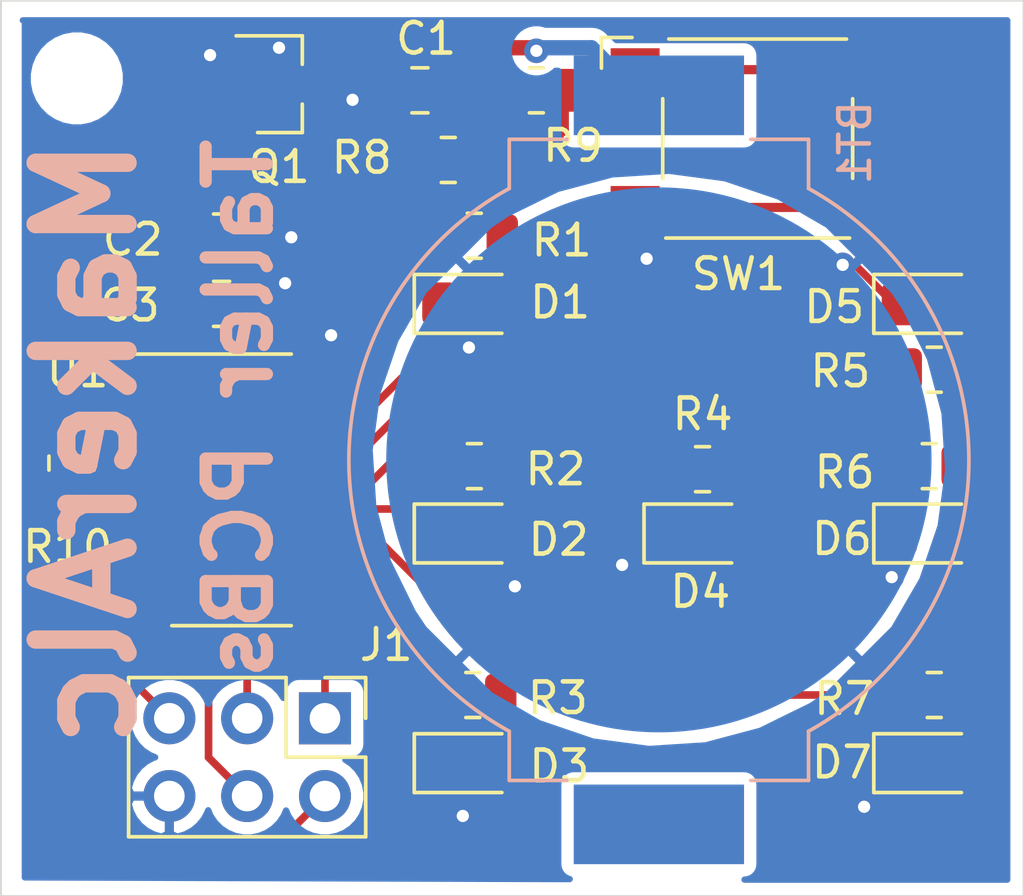
<source format=kicad_pcb>
(kicad_pcb (version 20171130) (host pcbnew "(5.1.7)-1")

  (general
    (thickness 1.6)
    (drawings 6)
    (tracks 171)
    (zones 0)
    (modules 26)
    (nets 24)
  )

  (page A4)
  (layers
    (0 F.Cu signal)
    (31 B.Cu signal)
    (32 B.Adhes user)
    (33 F.Adhes user)
    (34 B.Paste user)
    (35 F.Paste user)
    (36 B.SilkS user)
    (37 F.SilkS user)
    (38 B.Mask user)
    (39 F.Mask user)
    (40 Dwgs.User user)
    (41 Cmts.User user)
    (42 Eco1.User user)
    (43 Eco2.User user)
    (44 Edge.Cuts user)
    (45 Margin user)
    (46 B.CrtYd user)
    (47 F.CrtYd user)
    (48 B.Fab user hide)
    (49 F.Fab user hide)
  )

  (setup
    (last_trace_width 0.25)
    (user_trace_width 0.2031)
    (user_trace_width 0.3)
    (user_trace_width 0.5)
    (trace_clearance 0.2)
    (zone_clearance 0.4)
    (zone_45_only no)
    (trace_min 0.2)
    (via_size 0.8)
    (via_drill 0.4)
    (via_min_size 0.4)
    (via_min_drill 0.3)
    (uvia_size 0.3)
    (uvia_drill 0.1)
    (uvias_allowed no)
    (uvia_min_size 0.2)
    (uvia_min_drill 0.1)
    (edge_width 0.05)
    (segment_width 0.2)
    (pcb_text_width 0.3)
    (pcb_text_size 1.5 1.5)
    (mod_edge_width 0.12)
    (mod_text_size 1 1)
    (mod_text_width 0.15)
    (pad_size 1.15 1.4)
    (pad_drill 0)
    (pad_to_mask_clearance 0)
    (aux_axis_origin 0 0)
    (grid_origin 157.075 109.735)
    (visible_elements 7FFFFFFF)
    (pcbplotparams
      (layerselection 0x010fc_ffffffff)
      (usegerberextensions true)
      (usegerberattributes true)
      (usegerberadvancedattributes true)
      (creategerberjobfile true)
      (excludeedgelayer true)
      (linewidth 0.100000)
      (plotframeref false)
      (viasonmask false)
      (mode 1)
      (useauxorigin false)
      (hpglpennumber 1)
      (hpglpenspeed 20)
      (hpglpendiameter 15.000000)
      (psnegative false)
      (psa4output false)
      (plotreference true)
      (plotvalue true)
      (plotinvisibletext false)
      (padsonsilk false)
      (subtractmaskfromsilk false)
      (outputformat 1)
      (mirror false)
      (drillshape 0)
      (scaleselection 1)
      (outputdirectory "Gerber_dado_badge/"))
  )

  (net 0 "")
  (net 1 GND)
  (net 2 VCC)
  (net 3 "Net-(D1-Pad2)")
  (net 4 "Net-(D2-Pad2)")
  (net 5 "Net-(D3-Pad2)")
  (net 6 "Net-(D4-Pad2)")
  (net 7 "Net-(D5-Pad2)")
  (net 8 "Net-(D6-Pad2)")
  (net 9 MISO)
  (net 10 SCK)
  (net 11 MOSI)
  (net 12 RST)
  (net 13 "Net-(R1-Pad1)")
  (net 14 "Net-(R3-Pad1)")
  (net 15 "Net-(R4-Pad1)")
  (net 16 "Net-(R5-Pad1)")
  (net 17 "Net-(R7-Pad1)")
  (net 18 "Net-(C1-Pad1)")
  (net 19 "Net-(D7-Pad2)")
  (net 20 LED)
  (net 21 "Net-(R8-Pad1)")
  (net 22 "Net-(BT1-Pad1)")
  (net 23 "Net-(R6-Pad1)")

  (net_class Default "This is the default net class."
    (clearance 0.2)
    (trace_width 0.25)
    (via_dia 0.8)
    (via_drill 0.4)
    (uvia_dia 0.3)
    (uvia_drill 0.1)
    (add_net GND)
    (add_net LED)
    (add_net MISO)
    (add_net MOSI)
    (add_net "Net-(BT1-Pad1)")
    (add_net "Net-(C1-Pad1)")
    (add_net "Net-(D1-Pad2)")
    (add_net "Net-(D2-Pad2)")
    (add_net "Net-(D3-Pad2)")
    (add_net "Net-(D4-Pad2)")
    (add_net "Net-(D5-Pad2)")
    (add_net "Net-(D6-Pad2)")
    (add_net "Net-(D7-Pad2)")
    (add_net "Net-(R1-Pad1)")
    (add_net "Net-(R3-Pad1)")
    (add_net "Net-(R4-Pad1)")
    (add_net "Net-(R5-Pad1)")
    (add_net "Net-(R6-Pad1)")
    (add_net "Net-(R7-Pad1)")
    (add_net "Net-(R8-Pad1)")
    (add_net RST)
    (add_net SCK)
    (add_net VCC)
  )

  (module Battery:BatteryHolder_MPD_BC2003_1x2032 (layer B.Cu) (tedit 5D9C8106) (tstamp 5FC8AAAD)
    (at 145.175 95.495 270)
    (descr http://www.memoryprotectiondevices.com/datasheets/BC-2003-datasheet.pdf)
    (tags "BC2003 CR2032 2032 Battery Holder")
    (path /5FCD03FF)
    (attr smd)
    (fp_text reference BT1 (at -10.36 -6.4 270) (layer B.SilkS)
      (effects (font (size 1 1) (thickness 0.15)) (justify mirror))
    )
    (fp_text value Battery_Cell (at 1.83 -13.4 90) (layer B.Fab) hide
      (effects (font (size 1 1) (thickness 0.15)) (justify mirror))
    )
    (fp_line (start -10.35 -4.765) (end 10.35 -4.765) (layer B.Fab) (width 0.1))
    (fp_line (start -10.35 4.765) (end 10.35 4.765) (layer B.Fab) (width 0.1))
    (fp_line (start -10.35 -4.765) (end -10.35 4.765) (layer B.Fab) (width 0.1))
    (fp_line (start 10.35 -4.765) (end 10.35 4.765) (layer B.Fab) (width 0.1))
    (fp_line (start 10.35 -2.525) (end 12 -2.525) (layer B.Fab) (width 0.1))
    (fp_line (start 10.35 2.525) (end 12 2.525) (layer B.Fab) (width 0.1))
    (fp_line (start 12.7 1.825) (end 12 2.525) (layer B.Fab) (width 0.1))
    (fp_line (start 12.7 -1.825) (end 12 -2.525) (layer B.Fab) (width 0.1))
    (fp_line (start 12.7 1.825) (end 12.7 -1.825) (layer B.Fab) (width 0.1))
    (fp_line (start -10.35 2.525) (end -12 2.525) (layer B.Fab) (width 0.1))
    (fp_line (start -10.35 -2.525) (end -12 -2.525) (layer B.Fab) (width 0.1))
    (fp_line (start -12.7 1.825) (end -12 2.525) (layer B.Fab) (width 0.1))
    (fp_line (start -12.7 -1.825) (end -12 -2.525) (layer B.Fab) (width 0.1))
    (fp_line (start -12.7 1.825) (end -12.7 -1.825) (layer B.Fab) (width 0.1))
    (fp_line (start -10.47 4.885) (end -8.86291 4.885) (layer B.SilkS) (width 0.12))
    (fp_line (start -10.47 3) (end -10.47 4.885) (layer B.SilkS) (width 0.12))
    (fp_line (start 10.47 3) (end 10.47 4.885) (layer B.SilkS) (width 0.12))
    (fp_line (start -10.47 -3) (end -10.47 -4.885) (layer B.SilkS) (width 0.12))
    (fp_line (start 10.47 -3) (end 10.47 -4.885) (layer B.SilkS) (width 0.12))
    (fp_line (start 10.47 4.885) (end 8.86291 4.885) (layer B.SilkS) (width 0.12))
    (fp_line (start -10.47 -4.885) (end -8.86291 -4.885) (layer B.SilkS) (width 0.12))
    (fp_line (start 10.47 -4.885) (end 8.86291 -4.885) (layer B.SilkS) (width 0.12))
    (fp_line (start 8.94 5.01) (end 10.6 5.01) (layer B.CrtYd) (width 0.05))
    (fp_line (start 10.6 5.01) (end 10.6 3.03) (layer B.CrtYd) (width 0.05))
    (fp_line (start 10.6 3.03) (end 13.45 3.03) (layer B.CrtYd) (width 0.05))
    (fp_line (start 13.45 3.03) (end 13.45 -3.03) (layer B.CrtYd) (width 0.05))
    (fp_line (start 10.6 -3.03) (end 13.45 -3.03) (layer B.CrtYd) (width 0.05))
    (fp_line (start 10.6 -5.01) (end 10.6 -3.03) (layer B.CrtYd) (width 0.05))
    (fp_line (start 8.94 -5.01) (end 10.6 -5.01) (layer B.CrtYd) (width 0.05))
    (fp_line (start -8.94 5.01) (end -10.6 5.01) (layer B.CrtYd) (width 0.05))
    (fp_line (start -10.6 5.01) (end -10.6 3.03) (layer B.CrtYd) (width 0.05))
    (fp_line (start -10.6 3.03) (end -13.45 3.03) (layer B.CrtYd) (width 0.05))
    (fp_line (start -13.45 3.03) (end -13.45 -3.03) (layer B.CrtYd) (width 0.05))
    (fp_line (start -13.45 -3.03) (end -10.6 -3.03) (layer B.CrtYd) (width 0.05))
    (fp_line (start -10.6 -5.01) (end -10.6 -3.03) (layer B.CrtYd) (width 0.05))
    (fp_line (start -10.6 -5.01) (end -8.94 -5.01) (layer B.CrtYd) (width 0.05))
    (fp_text user %R (at 0 0 90) (layer B.Fab)
      (effects (font (size 1 1) (thickness 0.15)) (justify mirror))
    )
    (fp_arc (start 0 0) (end 8.94 5.01) (angle 121.4) (layer B.CrtYd) (width 0.05))
    (fp_arc (start 0 0) (end -8.94 -5.01) (angle 121.3) (layer B.CrtYd) (width 0.05))
    (fp_arc (start 0 0) (end 8.86291 4.885) (angle 122.2752329) (layer B.SilkS) (width 0.12))
    (fp_arc (start 0 0) (end -8.86291 -4.885) (angle 122.3) (layer B.SilkS) (width 0.12))
    (pad 2 smd circle (at 0 0 270) (size 17.8 17.8) (layers B.Cu B.Mask)
      (net 1 GND))
    (pad 1 smd rect (at 11.905 0 270) (size 2.6 5.56) (layers B.Cu B.Paste B.Mask)
      (net 22 "Net-(BT1-Pad1)"))
    (pad 1 smd rect (at -11.905 0 270) (size 2.6 5.56) (layers B.Cu B.Paste B.Mask)
      (net 22 "Net-(BT1-Pad1)"))
    (model ${KISYS3DMOD}/Battery.3dshapes/BatteryHolder_MPD_BC2003_1x2032.wrl
      (at (xyz 0 0 0))
      (scale (xyz 1 1 1))
      (rotate (xyz 0 0 0))
    )
    (model :Bajadas:Battery.3dshapes/BatteryHolder_Keystone_3034_1x20mm.step
      (at (xyz 0 0 0))
      (scale (xyz 1 1 1))
      (rotate (xyz 0 0 0))
    )
  )

  (module MountingHole:MountingHole_2.2mm_M2 (layer F.Cu) (tedit 56D1B4CB) (tstamp 5FD3D79C)
    (at 126.175 83.035)
    (descr "Mounting Hole 2.2mm, no annular, M2")
    (tags "mounting hole 2.2mm no annular m2")
    (attr virtual)
    (fp_text reference REF** (at 0 -3.2) (layer F.SilkS) hide
      (effects (font (size 1 1) (thickness 0.15)))
    )
    (fp_text value MountingHole_2.2mm_M2 (at 0 3.2) (layer F.Fab)
      (effects (font (size 1 1) (thickness 0.15)))
    )
    (fp_circle (center 0 0) (end 2.45 0) (layer F.CrtYd) (width 0.05))
    (fp_circle (center 0 0) (end 2.2 0) (layer Cmts.User) (width 0.15))
    (fp_text user %R (at 0.3 0) (layer F.Fab)
      (effects (font (size 1 1) (thickness 0.15)))
    )
    (pad 1 np_thru_hole circle (at 0 0) (size 2.2 2.2) (drill 2.2) (layers *.Cu *.Mask))
  )

  (module Package_SO:SOIC-14_3.9x8.7mm_P1.27mm (layer F.Cu) (tedit 5D9F72B1) (tstamp 5FC84B31)
    (at 131.225 96.475)
    (descr "SOIC, 14 Pin (JEDEC MS-012AB, https://www.analog.com/media/en/package-pcb-resources/package/pkg_pdf/soic_narrow-r/r_14.pdf), generated with kicad-footprint-generator ipc_gullwing_generator.py")
    (tags "SOIC SO")
    (path /5FC7C8FC)
    (attr smd)
    (fp_text reference U1 (at -5.025 -3.875) (layer F.SilkS)
      (effects (font (size 1 1) (thickness 0.15)))
    )
    (fp_text value ATtiny841-SSU (at 0 5.28) (layer F.Fab)
      (effects (font (size 1 1) (thickness 0.15)))
    )
    (fp_line (start 0 4.435) (end 1.95 4.435) (layer F.SilkS) (width 0.12))
    (fp_line (start 0 4.435) (end -1.95 4.435) (layer F.SilkS) (width 0.12))
    (fp_line (start 0 -4.435) (end 1.95 -4.435) (layer F.SilkS) (width 0.12))
    (fp_line (start 0 -4.435) (end -3.45 -4.435) (layer F.SilkS) (width 0.12))
    (fp_line (start -0.975 -4.325) (end 1.95 -4.325) (layer F.Fab) (width 0.1))
    (fp_line (start 1.95 -4.325) (end 1.95 4.325) (layer F.Fab) (width 0.1))
    (fp_line (start 1.95 4.325) (end -1.95 4.325) (layer F.Fab) (width 0.1))
    (fp_line (start -1.95 4.325) (end -1.95 -3.35) (layer F.Fab) (width 0.1))
    (fp_line (start -1.95 -3.35) (end -0.975 -4.325) (layer F.Fab) (width 0.1))
    (fp_line (start -3.7 -4.58) (end -3.7 4.58) (layer F.CrtYd) (width 0.05))
    (fp_line (start -3.7 4.58) (end 3.7 4.58) (layer F.CrtYd) (width 0.05))
    (fp_line (start 3.7 4.58) (end 3.7 -4.58) (layer F.CrtYd) (width 0.05))
    (fp_line (start 3.7 -4.58) (end -3.7 -4.58) (layer F.CrtYd) (width 0.05))
    (fp_text user %R (at 0 0) (layer F.Fab)
      (effects (font (size 0.98 0.98) (thickness 0.15)))
    )
    (pad 1 smd roundrect (at -2.475 -3.81) (size 1.95 0.6) (layers F.Cu F.Paste F.Mask) (roundrect_rratio 0.25)
      (net 2 VCC))
    (pad 2 smd roundrect (at -2.475 -2.54) (size 1.95 0.6) (layers F.Cu F.Paste F.Mask) (roundrect_rratio 0.25)
      (net 13 "Net-(R1-Pad1)"))
    (pad 3 smd roundrect (at -2.475 -1.27) (size 1.95 0.6) (layers F.Cu F.Paste F.Mask) (roundrect_rratio 0.25)
      (net 18 "Net-(C1-Pad1)"))
    (pad 4 smd roundrect (at -2.475 0) (size 1.95 0.6) (layers F.Cu F.Paste F.Mask) (roundrect_rratio 0.25)
      (net 12 RST))
    (pad 5 smd roundrect (at -2.475 1.27) (size 1.95 0.6) (layers F.Cu F.Paste F.Mask) (roundrect_rratio 0.25)
      (net 20 LED))
    (pad 6 smd roundrect (at -2.475 2.54) (size 1.95 0.6) (layers F.Cu F.Paste F.Mask) (roundrect_rratio 0.25)
      (net 14 "Net-(R3-Pad1)"))
    (pad 7 smd roundrect (at -2.475 3.81) (size 1.95 0.6) (layers F.Cu F.Paste F.Mask) (roundrect_rratio 0.25)
      (net 11 MOSI))
    (pad 8 smd roundrect (at 2.475 3.81) (size 1.95 0.6) (layers F.Cu F.Paste F.Mask) (roundrect_rratio 0.25)
      (net 9 MISO))
    (pad 9 smd roundrect (at 2.475 2.54) (size 1.95 0.6) (layers F.Cu F.Paste F.Mask) (roundrect_rratio 0.25)
      (net 10 SCK))
    (pad 10 smd roundrect (at 2.475 1.27) (size 1.95 0.6) (layers F.Cu F.Paste F.Mask) (roundrect_rratio 0.25)
      (net 17 "Net-(R7-Pad1)"))
    (pad 11 smd roundrect (at 2.475 0) (size 1.95 0.6) (layers F.Cu F.Paste F.Mask) (roundrect_rratio 0.25)
      (net 15 "Net-(R4-Pad1)"))
    (pad 12 smd roundrect (at 2.475 -1.27) (size 1.95 0.6) (layers F.Cu F.Paste F.Mask) (roundrect_rratio 0.25)
      (net 23 "Net-(R6-Pad1)"))
    (pad 13 smd roundrect (at 2.475 -2.54) (size 1.95 0.6) (layers F.Cu F.Paste F.Mask) (roundrect_rratio 0.25)
      (net 16 "Net-(R5-Pad1)"))
    (pad 14 smd roundrect (at 2.475 -3.81) (size 1.95 0.6) (layers F.Cu F.Paste F.Mask) (roundrect_rratio 0.25)
      (net 1 GND))
    (model ${KISYS3DMOD}/Package_SO.3dshapes/SOIC-14_3.9x8.7mm_P1.27mm.wrl
      (at (xyz 0 0 0))
      (scale (xyz 1 1 1))
      (rotate (xyz 0 0 0))
    )
  )

  (module Capacitor_SMD:C_0805_2012Metric (layer F.Cu) (tedit 5F68FEEE) (tstamp 5FD3A26A)
    (at 130.9 90.4)
    (descr "Capacitor SMD 0805 (2012 Metric), square (rectangular) end terminal, IPC_7351 nominal, (Body size source: IPC-SM-782 page 76, https://www.pcb-3d.com/wordpress/wp-content/uploads/ipc-sm-782a_amendment_1_and_2.pdf, https://docs.google.com/spreadsheets/d/1BsfQQcO9C6DZCsRaXUlFlo91Tg2WpOkGARC1WS5S8t0/edit?usp=sharing), generated with kicad-footprint-generator")
    (tags capacitor)
    (path /5FCCDB7F)
    (attr smd)
    (fp_text reference C3 (at -3 0.05) (layer F.SilkS)
      (effects (font (size 1 1) (thickness 0.15)))
    )
    (fp_text value "100 nF" (at 0 1.68) (layer F.Fab)
      (effects (font (size 1 1) (thickness 0.15)))
    )
    (fp_line (start 1.7 0.98) (end -1.7 0.98) (layer F.CrtYd) (width 0.05))
    (fp_line (start 1.7 -0.98) (end 1.7 0.98) (layer F.CrtYd) (width 0.05))
    (fp_line (start -1.7 -0.98) (end 1.7 -0.98) (layer F.CrtYd) (width 0.05))
    (fp_line (start -1.7 0.98) (end -1.7 -0.98) (layer F.CrtYd) (width 0.05))
    (fp_line (start -0.261252 0.735) (end 0.261252 0.735) (layer F.SilkS) (width 0.12))
    (fp_line (start -0.261252 -0.735) (end 0.261252 -0.735) (layer F.SilkS) (width 0.12))
    (fp_line (start 1 0.625) (end -1 0.625) (layer F.Fab) (width 0.1))
    (fp_line (start 1 -0.625) (end 1 0.625) (layer F.Fab) (width 0.1))
    (fp_line (start -1 -0.625) (end 1 -0.625) (layer F.Fab) (width 0.1))
    (fp_line (start -1 0.625) (end -1 -0.625) (layer F.Fab) (width 0.1))
    (fp_text user %R (at 0 0) (layer F.Fab)
      (effects (font (size 0.5 0.5) (thickness 0.08)))
    )
    (pad 2 smd roundrect (at 0.95 0) (size 1 1.45) (layers F.Cu F.Paste F.Mask) (roundrect_rratio 0.25)
      (net 1 GND))
    (pad 1 smd roundrect (at -0.95 0) (size 1 1.45) (layers F.Cu F.Paste F.Mask) (roundrect_rratio 0.25)
      (net 2 VCC))
    (model ${KISYS3DMOD}/Capacitor_SMD.3dshapes/C_0805_2012Metric.wrl
      (at (xyz 0 0 0))
      (scale (xyz 1 1 1))
      (rotate (xyz 0 0 0))
    )
  )

  (module Capacitor_SMD:C_0805_2012Metric (layer F.Cu) (tedit 5F68FEEE) (tstamp 5FC849B1)
    (at 130.9 88.2)
    (descr "Capacitor SMD 0805 (2012 Metric), square (rectangular) end terminal, IPC_7351 nominal, (Body size source: IPC-SM-782 page 76, https://www.pcb-3d.com/wordpress/wp-content/uploads/ipc-sm-782a_amendment_1_and_2.pdf, https://docs.google.com/spreadsheets/d/1BsfQQcO9C6DZCsRaXUlFlo91Tg2WpOkGARC1WS5S8t0/edit?usp=sharing), generated with kicad-footprint-generator")
    (tags capacitor)
    (path /5FCCF899)
    (attr smd)
    (fp_text reference C2 (at -2.9 0.1) (layer F.SilkS)
      (effects (font (size 1 1) (thickness 0.15)))
    )
    (fp_text value "10 uF" (at 0 1.68) (layer F.Fab)
      (effects (font (size 1 1) (thickness 0.15)))
    )
    (fp_line (start -1 0.625) (end -1 -0.625) (layer F.Fab) (width 0.1))
    (fp_line (start -1 -0.625) (end 1 -0.625) (layer F.Fab) (width 0.1))
    (fp_line (start 1 -0.625) (end 1 0.625) (layer F.Fab) (width 0.1))
    (fp_line (start 1 0.625) (end -1 0.625) (layer F.Fab) (width 0.1))
    (fp_line (start -0.261252 -0.735) (end 0.261252 -0.735) (layer F.SilkS) (width 0.12))
    (fp_line (start -0.261252 0.735) (end 0.261252 0.735) (layer F.SilkS) (width 0.12))
    (fp_line (start -1.7 0.98) (end -1.7 -0.98) (layer F.CrtYd) (width 0.05))
    (fp_line (start -1.7 -0.98) (end 1.7 -0.98) (layer F.CrtYd) (width 0.05))
    (fp_line (start 1.7 -0.98) (end 1.7 0.98) (layer F.CrtYd) (width 0.05))
    (fp_line (start 1.7 0.98) (end -1.7 0.98) (layer F.CrtYd) (width 0.05))
    (fp_text user %R (at 0 0) (layer F.Fab)
      (effects (font (size 0.5 0.5) (thickness 0.08)))
    )
    (pad 1 smd roundrect (at -0.95 0) (size 1 1.45) (layers F.Cu F.Paste F.Mask) (roundrect_rratio 0.25)
      (net 2 VCC))
    (pad 2 smd roundrect (at 0.95 0) (size 1 1.45) (layers F.Cu F.Paste F.Mask) (roundrect_rratio 0.25)
      (net 1 GND))
    (model ${KISYS3DMOD}/Capacitor_SMD.3dshapes/C_0805_2012Metric.wrl
      (at (xyz 0 0 0))
      (scale (xyz 1 1 1))
      (rotate (xyz 0 0 0))
    )
  )

  (module Capacitor_SMD:C_0805_2012Metric (layer F.Cu) (tedit 5F68FEEE) (tstamp 5FCD6A35)
    (at 137.375 83.425 180)
    (descr "Capacitor SMD 0805 (2012 Metric), square (rectangular) end terminal, IPC_7351 nominal, (Body size source: IPC-SM-782 page 76, https://www.pcb-3d.com/wordpress/wp-content/uploads/ipc-sm-782a_amendment_1_and_2.pdf, https://docs.google.com/spreadsheets/d/1BsfQQcO9C6DZCsRaXUlFlo91Tg2WpOkGARC1WS5S8t0/edit?usp=sharing), generated with kicad-footprint-generator")
    (tags capacitor)
    (path /5FCB5DD6)
    (attr smd)
    (fp_text reference C1 (at -0.2 1.69) (layer F.SilkS)
      (effects (font (size 1 1) (thickness 0.15)))
    )
    (fp_text value "100 nF" (at 0 1.68) (layer F.Fab)
      (effects (font (size 1 1) (thickness 0.15)))
    )
    (fp_line (start -1 0.625) (end -1 -0.625) (layer F.Fab) (width 0.1))
    (fp_line (start -1 -0.625) (end 1 -0.625) (layer F.Fab) (width 0.1))
    (fp_line (start 1 -0.625) (end 1 0.625) (layer F.Fab) (width 0.1))
    (fp_line (start 1 0.625) (end -1 0.625) (layer F.Fab) (width 0.1))
    (fp_line (start -0.261252 -0.735) (end 0.261252 -0.735) (layer F.SilkS) (width 0.12))
    (fp_line (start -0.261252 0.735) (end 0.261252 0.735) (layer F.SilkS) (width 0.12))
    (fp_line (start -1.7 0.98) (end -1.7 -0.98) (layer F.CrtYd) (width 0.05))
    (fp_line (start -1.7 -0.98) (end 1.7 -0.98) (layer F.CrtYd) (width 0.05))
    (fp_line (start 1.7 -0.98) (end 1.7 0.98) (layer F.CrtYd) (width 0.05))
    (fp_line (start 1.7 0.98) (end -1.7 0.98) (layer F.CrtYd) (width 0.05))
    (fp_text user %R (at 0 0) (layer F.Fab)
      (effects (font (size 0.5 0.5) (thickness 0.08)))
    )
    (pad 1 smd roundrect (at -0.95 0 180) (size 1 1.45) (layers F.Cu F.Paste F.Mask) (roundrect_rratio 0.25)
      (net 18 "Net-(C1-Pad1)"))
    (pad 2 smd roundrect (at 0.95 0 180) (size 1 1.45) (layers F.Cu F.Paste F.Mask) (roundrect_rratio 0.25)
      (net 1 GND))
    (model ${KISYS3DMOD}/Capacitor_SMD.3dshapes/C_0805_2012Metric.wrl
      (at (xyz 0 0 0))
      (scale (xyz 1 1 1))
      (rotate (xyz 0 0 0))
    )
  )

  (module Resistor_SMD:R_0805_2012Metric (layer F.Cu) (tedit 5F68FEEE) (tstamp 5FC82A62)
    (at 138.3 85.7 180)
    (descr "Resistor SMD 0805 (2012 Metric), square (rectangular) end terminal, IPC_7351 nominal, (Body size source: IPC-SM-782 page 72, https://www.pcb-3d.com/wordpress/wp-content/uploads/ipc-sm-782a_amendment_1_and_2.pdf), generated with kicad-footprint-generator")
    (tags resistor)
    (path /5FCB4FEB)
    (attr smd)
    (fp_text reference R8 (at 2.825 0.075) (layer F.SilkS)
      (effects (font (size 1 1) (thickness 0.15)))
    )
    (fp_text value 10K (at 0 1.65) (layer F.Fab)
      (effects (font (size 1 1) (thickness 0.15)))
    )
    (fp_line (start -1 0.625) (end -1 -0.625) (layer F.Fab) (width 0.1))
    (fp_line (start -1 -0.625) (end 1 -0.625) (layer F.Fab) (width 0.1))
    (fp_line (start 1 -0.625) (end 1 0.625) (layer F.Fab) (width 0.1))
    (fp_line (start 1 0.625) (end -1 0.625) (layer F.Fab) (width 0.1))
    (fp_line (start -0.227064 -0.735) (end 0.227064 -0.735) (layer F.SilkS) (width 0.12))
    (fp_line (start -0.227064 0.735) (end 0.227064 0.735) (layer F.SilkS) (width 0.12))
    (fp_line (start -1.68 0.95) (end -1.68 -0.95) (layer F.CrtYd) (width 0.05))
    (fp_line (start -1.68 -0.95) (end 1.68 -0.95) (layer F.CrtYd) (width 0.05))
    (fp_line (start 1.68 -0.95) (end 1.68 0.95) (layer F.CrtYd) (width 0.05))
    (fp_line (start 1.68 0.95) (end -1.68 0.95) (layer F.CrtYd) (width 0.05))
    (fp_text user %R (at 0 0) (layer F.Fab)
      (effects (font (size 0.5 0.5) (thickness 0.08)))
    )
    (pad 1 smd roundrect (at -0.9125 0 180) (size 1.025 1.4) (layers F.Cu F.Paste F.Mask) (roundrect_rratio 0.2439014634146341)
      (net 21 "Net-(R8-Pad1)"))
    (pad 2 smd roundrect (at 0.9125 0 180) (size 1.025 1.4) (layers F.Cu F.Paste F.Mask) (roundrect_rratio 0.2439014634146341)
      (net 2 VCC))
    (model ${KISYS3DMOD}/Resistor_SMD.3dshapes/R_0805_2012Metric.wrl
      (at (xyz 0 0 0))
      (scale (xyz 1 1 1))
      (rotate (xyz 0 0 0))
    )
  )

  (module Resistor_SMD:R_0805_2012Metric (layer F.Cu) (tedit 5F68FEEE) (tstamp 5FCD7E1F)
    (at 146.6 95.8)
    (descr "Resistor SMD 0805 (2012 Metric), square (rectangular) end terminal, IPC_7351 nominal, (Body size source: IPC-SM-782 page 72, https://www.pcb-3d.com/wordpress/wp-content/uploads/ipc-sm-782a_amendment_1_and_2.pdf), generated with kicad-footprint-generator")
    (tags resistor)
    (path /5FC857E5)
    (attr smd)
    (fp_text reference R4 (at 0 -1.8) (layer F.SilkS)
      (effects (font (size 1 1) (thickness 0.15)))
    )
    (fp_text value 360 (at 0 1.65) (layer F.Fab)
      (effects (font (size 1 1) (thickness 0.15)))
    )
    (fp_line (start 1.68 0.95) (end -1.68 0.95) (layer F.CrtYd) (width 0.05))
    (fp_line (start 1.68 -0.95) (end 1.68 0.95) (layer F.CrtYd) (width 0.05))
    (fp_line (start -1.68 -0.95) (end 1.68 -0.95) (layer F.CrtYd) (width 0.05))
    (fp_line (start -1.68 0.95) (end -1.68 -0.95) (layer F.CrtYd) (width 0.05))
    (fp_line (start -0.227064 0.735) (end 0.227064 0.735) (layer F.SilkS) (width 0.12))
    (fp_line (start -0.227064 -0.735) (end 0.227064 -0.735) (layer F.SilkS) (width 0.12))
    (fp_line (start 1 0.625) (end -1 0.625) (layer F.Fab) (width 0.1))
    (fp_line (start 1 -0.625) (end 1 0.625) (layer F.Fab) (width 0.1))
    (fp_line (start -1 -0.625) (end 1 -0.625) (layer F.Fab) (width 0.1))
    (fp_line (start -1 0.625) (end -1 -0.625) (layer F.Fab) (width 0.1))
    (fp_text user %R (at 0 0) (layer F.Fab)
      (effects (font (size 0.5 0.5) (thickness 0.08)))
    )
    (pad 2 smd roundrect (at 0.9125 0) (size 1.025 1.4) (layers F.Cu F.Paste F.Mask) (roundrect_rratio 0.2439014634146341)
      (net 6 "Net-(D4-Pad2)"))
    (pad 1 smd roundrect (at -0.9125 0) (size 1.025 1.4) (layers F.Cu F.Paste F.Mask) (roundrect_rratio 0.2439014634146341)
      (net 15 "Net-(R4-Pad1)"))
    (model ${KISYS3DMOD}/Resistor_SMD.3dshapes/R_0805_2012Metric.wrl
      (at (xyz 0 0 0))
      (scale (xyz 1 1 1))
      (rotate (xyz 0 0 0))
    )
  )

  (module Resistor_SMD:R_0805_2012Metric (layer F.Cu) (tedit 5F68FEEE) (tstamp 5FC82A40)
    (at 154.1625 92.55)
    (descr "Resistor SMD 0805 (2012 Metric), square (rectangular) end terminal, IPC_7351 nominal, (Body size source: IPC-SM-782 page 72, https://www.pcb-3d.com/wordpress/wp-content/uploads/ipc-sm-782a_amendment_1_and_2.pdf), generated with kicad-footprint-generator")
    (tags resistor)
    (path /5FC85D87)
    (attr smd)
    (fp_text reference R5 (at -3.0625 0.05) (layer F.SilkS)
      (effects (font (size 1 1) (thickness 0.15)))
    )
    (fp_text value 360 (at 0 1.65) (layer F.Fab)
      (effects (font (size 1 1) (thickness 0.15)))
    )
    (fp_line (start 1.68 0.95) (end -1.68 0.95) (layer F.CrtYd) (width 0.05))
    (fp_line (start 1.68 -0.95) (end 1.68 0.95) (layer F.CrtYd) (width 0.05))
    (fp_line (start -1.68 -0.95) (end 1.68 -0.95) (layer F.CrtYd) (width 0.05))
    (fp_line (start -1.68 0.95) (end -1.68 -0.95) (layer F.CrtYd) (width 0.05))
    (fp_line (start -0.227064 0.735) (end 0.227064 0.735) (layer F.SilkS) (width 0.12))
    (fp_line (start -0.227064 -0.735) (end 0.227064 -0.735) (layer F.SilkS) (width 0.12))
    (fp_line (start 1 0.625) (end -1 0.625) (layer F.Fab) (width 0.1))
    (fp_line (start 1 -0.625) (end 1 0.625) (layer F.Fab) (width 0.1))
    (fp_line (start -1 -0.625) (end 1 -0.625) (layer F.Fab) (width 0.1))
    (fp_line (start -1 0.625) (end -1 -0.625) (layer F.Fab) (width 0.1))
    (fp_text user %R (at 0 0) (layer F.Fab)
      (effects (font (size 0.5 0.5) (thickness 0.08)))
    )
    (pad 2 smd roundrect (at 0.9125 0) (size 1.025 1.4) (layers F.Cu F.Paste F.Mask) (roundrect_rratio 0.2439014634146341)
      (net 7 "Net-(D5-Pad2)"))
    (pad 1 smd roundrect (at -0.9125 0) (size 1.025 1.4) (layers F.Cu F.Paste F.Mask) (roundrect_rratio 0.2439014634146341)
      (net 16 "Net-(R5-Pad1)"))
    (model ${KISYS3DMOD}/Resistor_SMD.3dshapes/R_0805_2012Metric.wrl
      (at (xyz 0 0 0))
      (scale (xyz 1 1 1))
      (rotate (xyz 0 0 0))
    )
  )

  (module Resistor_SMD:R_0805_2012Metric (layer F.Cu) (tedit 5F68FEEE) (tstamp 5FC82A0D)
    (at 139.15 95.7)
    (descr "Resistor SMD 0805 (2012 Metric), square (rectangular) end terminal, IPC_7351 nominal, (Body size source: IPC-SM-782 page 72, https://www.pcb-3d.com/wordpress/wp-content/uploads/ipc-sm-782a_amendment_1_and_2.pdf), generated with kicad-footprint-generator")
    (tags resistor)
    (path /5FC84CAB)
    (attr smd)
    (fp_text reference R2 (at 2.65 0.1) (layer F.SilkS)
      (effects (font (size 1 1) (thickness 0.15)))
    )
    (fp_text value 360 (at 0 1.65) (layer F.Fab)
      (effects (font (size 1 1) (thickness 0.15)))
    )
    (fp_line (start 1.68 0.95) (end -1.68 0.95) (layer F.CrtYd) (width 0.05))
    (fp_line (start 1.68 -0.95) (end 1.68 0.95) (layer F.CrtYd) (width 0.05))
    (fp_line (start -1.68 -0.95) (end 1.68 -0.95) (layer F.CrtYd) (width 0.05))
    (fp_line (start -1.68 0.95) (end -1.68 -0.95) (layer F.CrtYd) (width 0.05))
    (fp_line (start -0.227064 0.735) (end 0.227064 0.735) (layer F.SilkS) (width 0.12))
    (fp_line (start -0.227064 -0.735) (end 0.227064 -0.735) (layer F.SilkS) (width 0.12))
    (fp_line (start 1 0.625) (end -1 0.625) (layer F.Fab) (width 0.1))
    (fp_line (start 1 -0.625) (end 1 0.625) (layer F.Fab) (width 0.1))
    (fp_line (start -1 -0.625) (end 1 -0.625) (layer F.Fab) (width 0.1))
    (fp_line (start -1 0.625) (end -1 -0.625) (layer F.Fab) (width 0.1))
    (fp_text user %R (at 0 0) (layer F.Fab)
      (effects (font (size 0.5 0.5) (thickness 0.08)))
    )
    (pad 2 smd roundrect (at 0.9125 0) (size 1.025 1.4) (layers F.Cu F.Paste F.Mask) (roundrect_rratio 0.2439014634146341)
      (net 4 "Net-(D2-Pad2)"))
    (pad 1 smd roundrect (at -0.9125 0) (size 1.025 1.4) (layers F.Cu F.Paste F.Mask) (roundrect_rratio 0.2439014634146341)
      (net 20 LED))
    (model ${KISYS3DMOD}/Resistor_SMD.3dshapes/R_0805_2012Metric.wrl
      (at (xyz 0 0 0))
      (scale (xyz 1 1 1))
      (rotate (xyz 0 0 0))
    )
  )

  (module Resistor_SMD:R_0805_2012Metric (layer F.Cu) (tedit 5F68FEEE) (tstamp 5FC82A1E)
    (at 139.1 103.175)
    (descr "Resistor SMD 0805 (2012 Metric), square (rectangular) end terminal, IPC_7351 nominal, (Body size source: IPC-SM-782 page 72, https://www.pcb-3d.com/wordpress/wp-content/uploads/ipc-sm-782a_amendment_1_and_2.pdf), generated with kicad-footprint-generator")
    (tags resistor)
    (path /5FC851DD)
    (attr smd)
    (fp_text reference R3 (at 2.775 0.1) (layer F.SilkS)
      (effects (font (size 1 1) (thickness 0.15)))
    )
    (fp_text value 360 (at 0 1.65) (layer F.Fab)
      (effects (font (size 1 1) (thickness 0.15)))
    )
    (fp_line (start -1 0.625) (end -1 -0.625) (layer F.Fab) (width 0.1))
    (fp_line (start -1 -0.625) (end 1 -0.625) (layer F.Fab) (width 0.1))
    (fp_line (start 1 -0.625) (end 1 0.625) (layer F.Fab) (width 0.1))
    (fp_line (start 1 0.625) (end -1 0.625) (layer F.Fab) (width 0.1))
    (fp_line (start -0.227064 -0.735) (end 0.227064 -0.735) (layer F.SilkS) (width 0.12))
    (fp_line (start -0.227064 0.735) (end 0.227064 0.735) (layer F.SilkS) (width 0.12))
    (fp_line (start -1.68 0.95) (end -1.68 -0.95) (layer F.CrtYd) (width 0.05))
    (fp_line (start -1.68 -0.95) (end 1.68 -0.95) (layer F.CrtYd) (width 0.05))
    (fp_line (start 1.68 -0.95) (end 1.68 0.95) (layer F.CrtYd) (width 0.05))
    (fp_line (start 1.68 0.95) (end -1.68 0.95) (layer F.CrtYd) (width 0.05))
    (fp_text user %R (at 0 0) (layer F.Fab)
      (effects (font (size 0.5 0.5) (thickness 0.08)))
    )
    (pad 1 smd roundrect (at -0.9125 0) (size 1.025 1.4) (layers F.Cu F.Paste F.Mask) (roundrect_rratio 0.2439014634146341)
      (net 14 "Net-(R3-Pad1)"))
    (pad 2 smd roundrect (at 0.9125 0) (size 1.025 1.4) (layers F.Cu F.Paste F.Mask) (roundrect_rratio 0.2439014634146341)
      (net 5 "Net-(D3-Pad2)"))
    (model ${KISYS3DMOD}/Resistor_SMD.3dshapes/R_0805_2012Metric.wrl
      (at (xyz 0 0 0))
      (scale (xyz 1 1 1))
      (rotate (xyz 0 0 0))
    )
  )

  (module Resistor_SMD:R_0805_2012Metric (layer F.Cu) (tedit 5F68FEEE) (tstamp 5FC8429A)
    (at 154 95.7)
    (descr "Resistor SMD 0805 (2012 Metric), square (rectangular) end terminal, IPC_7351 nominal, (Body size source: IPC-SM-782 page 72, https://www.pcb-3d.com/wordpress/wp-content/uploads/ipc-sm-782a_amendment_1_and_2.pdf), generated with kicad-footprint-generator")
    (tags resistor)
    (path /5FC861E6)
    (attr smd)
    (fp_text reference R6 (at -2.7625 0.2) (layer F.SilkS)
      (effects (font (size 1 1) (thickness 0.15)))
    )
    (fp_text value 360 (at 0 1.65) (layer F.Fab)
      (effects (font (size 1 1) (thickness 0.15)))
    )
    (fp_line (start -1 0.625) (end -1 -0.625) (layer F.Fab) (width 0.1))
    (fp_line (start -1 -0.625) (end 1 -0.625) (layer F.Fab) (width 0.1))
    (fp_line (start 1 -0.625) (end 1 0.625) (layer F.Fab) (width 0.1))
    (fp_line (start 1 0.625) (end -1 0.625) (layer F.Fab) (width 0.1))
    (fp_line (start -0.227064 -0.735) (end 0.227064 -0.735) (layer F.SilkS) (width 0.12))
    (fp_line (start -0.227064 0.735) (end 0.227064 0.735) (layer F.SilkS) (width 0.12))
    (fp_line (start -1.68 0.95) (end -1.68 -0.95) (layer F.CrtYd) (width 0.05))
    (fp_line (start -1.68 -0.95) (end 1.68 -0.95) (layer F.CrtYd) (width 0.05))
    (fp_line (start 1.68 -0.95) (end 1.68 0.95) (layer F.CrtYd) (width 0.05))
    (fp_line (start 1.68 0.95) (end -1.68 0.95) (layer F.CrtYd) (width 0.05))
    (fp_text user %R (at 0 0) (layer F.Fab)
      (effects (font (size 0.5 0.5) (thickness 0.08)))
    )
    (pad 1 smd roundrect (at -0.9125 0) (size 1.025 1.4) (layers F.Cu F.Paste F.Mask) (roundrect_rratio 0.2439014634146341)
      (net 23 "Net-(R6-Pad1)"))
    (pad 2 smd roundrect (at 0.9125 0) (size 1.025 1.4) (layers F.Cu F.Paste F.Mask) (roundrect_rratio 0.2439014634146341)
      (net 8 "Net-(D6-Pad2)"))
    (model ${KISYS3DMOD}/Resistor_SMD.3dshapes/R_0805_2012Metric.wrl
      (at (xyz 0 0 0))
      (scale (xyz 1 1 1))
      (rotate (xyz 0 0 0))
    )
  )

  (module Resistor_SMD:R_0805_2012Metric (layer F.Cu) (tedit 5F68FEEE) (tstamp 5FC82A84)
    (at 126 95.6 90)
    (descr "Resistor SMD 0805 (2012 Metric), square (rectangular) end terminal, IPC_7351 nominal, (Body size source: IPC-SM-782 page 72, https://www.pcb-3d.com/wordpress/wp-content/uploads/ipc-sm-782a_amendment_1_and_2.pdf), generated with kicad-footprint-generator")
    (tags resistor)
    (path /5FCAA615)
    (attr smd)
    (fp_text reference R10 (at -2.735 -0.125 180) (layer F.SilkS)
      (effects (font (size 1 1) (thickness 0.15)))
    )
    (fp_text value 10K (at 0 1.65 90) (layer F.Fab)
      (effects (font (size 1 1) (thickness 0.15)))
    )
    (fp_line (start -1 0.625) (end -1 -0.625) (layer F.Fab) (width 0.1))
    (fp_line (start -1 -0.625) (end 1 -0.625) (layer F.Fab) (width 0.1))
    (fp_line (start 1 -0.625) (end 1 0.625) (layer F.Fab) (width 0.1))
    (fp_line (start 1 0.625) (end -1 0.625) (layer F.Fab) (width 0.1))
    (fp_line (start -0.227064 -0.735) (end 0.227064 -0.735) (layer F.SilkS) (width 0.12))
    (fp_line (start -0.227064 0.735) (end 0.227064 0.735) (layer F.SilkS) (width 0.12))
    (fp_line (start -1.68 0.95) (end -1.68 -0.95) (layer F.CrtYd) (width 0.05))
    (fp_line (start -1.68 -0.95) (end 1.68 -0.95) (layer F.CrtYd) (width 0.05))
    (fp_line (start 1.68 -0.95) (end 1.68 0.95) (layer F.CrtYd) (width 0.05))
    (fp_line (start 1.68 0.95) (end -1.68 0.95) (layer F.CrtYd) (width 0.05))
    (fp_text user %R (at 0 0 90) (layer F.Fab)
      (effects (font (size 0.5 0.5) (thickness 0.08)))
    )
    (pad 1 smd roundrect (at -0.9125 0 90) (size 1.025 1.4) (layers F.Cu F.Paste F.Mask) (roundrect_rratio 0.2439014634146341)
      (net 12 RST))
    (pad 2 smd roundrect (at 0.9125 0 90) (size 1.025 1.4) (layers F.Cu F.Paste F.Mask) (roundrect_rratio 0.2439014634146341)
      (net 2 VCC))
    (model ${KISYS3DMOD}/Resistor_SMD.3dshapes/R_0805_2012Metric.wrl
      (at (xyz 0 0 0))
      (scale (xyz 1 1 1))
      (rotate (xyz 0 0 0))
    )
  )

  (module Resistor_SMD:R_0805_2012Metric (layer F.Cu) (tedit 5F68FEEE) (tstamp 5FCD6A96)
    (at 141.175 83.425 180)
    (descr "Resistor SMD 0805 (2012 Metric), square (rectangular) end terminal, IPC_7351 nominal, (Body size source: IPC-SM-782 page 72, https://www.pcb-3d.com/wordpress/wp-content/uploads/ipc-sm-782a_amendment_1_and_2.pdf), generated with kicad-footprint-generator")
    (tags resistor)
    (path /5FCB321D)
    (attr smd)
    (fp_text reference R9 (at -1.2 -1.81) (layer F.SilkS)
      (effects (font (size 1 1) (thickness 0.15)))
    )
    (fp_text value 360 (at 0 1.65) (layer F.Fab)
      (effects (font (size 1 1) (thickness 0.15)))
    )
    (fp_line (start 1.68 0.95) (end -1.68 0.95) (layer F.CrtYd) (width 0.05))
    (fp_line (start 1.68 -0.95) (end 1.68 0.95) (layer F.CrtYd) (width 0.05))
    (fp_line (start -1.68 -0.95) (end 1.68 -0.95) (layer F.CrtYd) (width 0.05))
    (fp_line (start -1.68 0.95) (end -1.68 -0.95) (layer F.CrtYd) (width 0.05))
    (fp_line (start -0.227064 0.735) (end 0.227064 0.735) (layer F.SilkS) (width 0.12))
    (fp_line (start -0.227064 -0.735) (end 0.227064 -0.735) (layer F.SilkS) (width 0.12))
    (fp_line (start 1 0.625) (end -1 0.625) (layer F.Fab) (width 0.1))
    (fp_line (start 1 -0.625) (end 1 0.625) (layer F.Fab) (width 0.1))
    (fp_line (start -1 -0.625) (end 1 -0.625) (layer F.Fab) (width 0.1))
    (fp_line (start -1 0.625) (end -1 -0.625) (layer F.Fab) (width 0.1))
    (fp_text user %R (at 0 0) (layer F.Fab)
      (effects (font (size 0.5 0.5) (thickness 0.08)))
    )
    (pad 2 smd roundrect (at 0.9125 0 180) (size 1.025 1.4) (layers F.Cu F.Paste F.Mask) (roundrect_rratio 0.2439014634146341)
      (net 18 "Net-(C1-Pad1)"))
    (pad 1 smd roundrect (at -0.9125 0 180) (size 1.025 1.4) (layers F.Cu F.Paste F.Mask) (roundrect_rratio 0.2439014634146341)
      (net 21 "Net-(R8-Pad1)"))
    (model ${KISYS3DMOD}/Resistor_SMD.3dshapes/R_0805_2012Metric.wrl
      (at (xyz 0 0 0))
      (scale (xyz 1 1 1))
      (rotate (xyz 0 0 0))
    )
  )

  (module Resistor_SMD:R_0805_2012Metric (layer F.Cu) (tedit 5F68FEEE) (tstamp 5FC83FE0)
    (at 139.15 88.175)
    (descr "Resistor SMD 0805 (2012 Metric), square (rectangular) end terminal, IPC_7351 nominal, (Body size source: IPC-SM-782 page 72, https://www.pcb-3d.com/wordpress/wp-content/uploads/ipc-sm-782a_amendment_1_and_2.pdf), generated with kicad-footprint-generator")
    (tags resistor)
    (path /5FC83DB7)
    (attr smd)
    (fp_text reference R1 (at 2.85 0.15) (layer F.SilkS)
      (effects (font (size 1 1) (thickness 0.15)))
    )
    (fp_text value 360 (at 0 1.65) (layer F.Fab) hide
      (effects (font (size 1 1) (thickness 0.15)))
    )
    (fp_line (start -1 0.625) (end -1 -0.625) (layer F.Fab) (width 0.1))
    (fp_line (start -1 -0.625) (end 1 -0.625) (layer F.Fab) (width 0.1))
    (fp_line (start 1 -0.625) (end 1 0.625) (layer F.Fab) (width 0.1))
    (fp_line (start 1 0.625) (end -1 0.625) (layer F.Fab) (width 0.1))
    (fp_line (start -0.227064 -0.735) (end 0.227064 -0.735) (layer F.SilkS) (width 0.12))
    (fp_line (start -0.227064 0.735) (end 0.227064 0.735) (layer F.SilkS) (width 0.12))
    (fp_line (start -1.68 0.95) (end -1.68 -0.95) (layer F.CrtYd) (width 0.05))
    (fp_line (start -1.68 -0.95) (end 1.68 -0.95) (layer F.CrtYd) (width 0.05))
    (fp_line (start 1.68 -0.95) (end 1.68 0.95) (layer F.CrtYd) (width 0.05))
    (fp_line (start 1.68 0.95) (end -1.68 0.95) (layer F.CrtYd) (width 0.05))
    (fp_text user %R (at 0 0) (layer F.Fab) hide
      (effects (font (size 0.5 0.5) (thickness 0.08)))
    )
    (pad 1 smd roundrect (at -0.9125 0) (size 1.025 1.4) (layers F.Cu F.Paste F.Mask) (roundrect_rratio 0.2439014634146341)
      (net 13 "Net-(R1-Pad1)"))
    (pad 2 smd roundrect (at 0.9125 0) (size 1.025 1.4) (layers F.Cu F.Paste F.Mask) (roundrect_rratio 0.2439014634146341)
      (net 3 "Net-(D1-Pad2)"))
    (model ${KISYS3DMOD}/Resistor_SMD.3dshapes/R_0805_2012Metric.wrl
      (at (xyz 0 0 0))
      (scale (xyz 1 1 1))
      (rotate (xyz 0 0 0))
    )
  )

  (module Resistor_SMD:R_0805_2012Metric (layer F.Cu) (tedit 5F68FEEE) (tstamp 5FC82F39)
    (at 154.1625 103.175)
    (descr "Resistor SMD 0805 (2012 Metric), square (rectangular) end terminal, IPC_7351 nominal, (Body size source: IPC-SM-782 page 72, https://www.pcb-3d.com/wordpress/wp-content/uploads/ipc-sm-782a_amendment_1_and_2.pdf), generated with kicad-footprint-generator")
    (tags resistor)
    (path /5FD331A7)
    (attr smd)
    (fp_text reference R7 (at -2.9375 0.125) (layer F.SilkS)
      (effects (font (size 1 1) (thickness 0.15)))
    )
    (fp_text value 360 (at 0 1.65) (layer F.Fab)
      (effects (font (size 1 1) (thickness 0.15)))
    )
    (fp_line (start 1.68 0.95) (end -1.68 0.95) (layer F.CrtYd) (width 0.05))
    (fp_line (start 1.68 -0.95) (end 1.68 0.95) (layer F.CrtYd) (width 0.05))
    (fp_line (start -1.68 -0.95) (end 1.68 -0.95) (layer F.CrtYd) (width 0.05))
    (fp_line (start -1.68 0.95) (end -1.68 -0.95) (layer F.CrtYd) (width 0.05))
    (fp_line (start -0.227064 0.735) (end 0.227064 0.735) (layer F.SilkS) (width 0.12))
    (fp_line (start -0.227064 -0.735) (end 0.227064 -0.735) (layer F.SilkS) (width 0.12))
    (fp_line (start 1 0.625) (end -1 0.625) (layer F.Fab) (width 0.1))
    (fp_line (start 1 -0.625) (end 1 0.625) (layer F.Fab) (width 0.1))
    (fp_line (start -1 -0.625) (end 1 -0.625) (layer F.Fab) (width 0.1))
    (fp_line (start -1 0.625) (end -1 -0.625) (layer F.Fab) (width 0.1))
    (fp_text user %R (at 0 0) (layer F.Fab)
      (effects (font (size 0.5 0.5) (thickness 0.08)))
    )
    (pad 2 smd roundrect (at 0.9125 0) (size 1.025 1.4) (layers F.Cu F.Paste F.Mask) (roundrect_rratio 0.2439014634146341)
      (net 19 "Net-(D7-Pad2)"))
    (pad 1 smd roundrect (at -0.9125 0) (size 1.025 1.4) (layers F.Cu F.Paste F.Mask) (roundrect_rratio 0.2439014634146341)
      (net 17 "Net-(R7-Pad1)"))
    (model ${KISYS3DMOD}/Resistor_SMD.3dshapes/R_0805_2012Metric.wrl
      (at (xyz 0 0 0))
      (scale (xyz 1 1 1))
      (rotate (xyz 0 0 0))
    )
  )

  (module LED_SMD:LED_0805_2012Metric_Pad1.15x1.40mm_HandSolder (layer F.Cu) (tedit 5F68FEF1) (tstamp 5FC86192)
    (at 139.05 90.4)
    (descr "LED SMD 0805 (2012 Metric), square (rectangular) end terminal, IPC_7351 nominal, (Body size source: https://docs.google.com/spreadsheets/d/1BsfQQcO9C6DZCsRaXUlFlo91Tg2WpOkGARC1WS5S8t0/edit?usp=sharing), generated with kicad-footprint-generator")
    (tags "LED handsolder")
    (path /5FC80BCE)
    (attr smd)
    (fp_text reference D1 (at 2.9 -0.05) (layer F.SilkS)
      (effects (font (size 1 1) (thickness 0.15)))
    )
    (fp_text value LED (at 0 1.65) (layer F.Fab)
      (effects (font (size 1 1) (thickness 0.15)))
    )
    (fp_line (start 1.85 0.95) (end -1.85 0.95) (layer F.CrtYd) (width 0.05))
    (fp_line (start 1.85 -0.95) (end 1.85 0.95) (layer F.CrtYd) (width 0.05))
    (fp_line (start -1.85 -0.95) (end 1.85 -0.95) (layer F.CrtYd) (width 0.05))
    (fp_line (start -1.85 0.95) (end -1.85 -0.95) (layer F.CrtYd) (width 0.05))
    (fp_line (start -1.86 0.96) (end 1 0.96) (layer F.SilkS) (width 0.12))
    (fp_line (start -1.86 -0.96) (end -1.86 0.96) (layer F.SilkS) (width 0.12))
    (fp_line (start 1 -0.96) (end -1.86 -0.96) (layer F.SilkS) (width 0.12))
    (fp_line (start 1 0.6) (end 1 -0.6) (layer F.Fab) (width 0.1))
    (fp_line (start -1 0.6) (end 1 0.6) (layer F.Fab) (width 0.1))
    (fp_line (start -1 -0.3) (end -1 0.6) (layer F.Fab) (width 0.1))
    (fp_line (start -0.7 -0.6) (end -1 -0.3) (layer F.Fab) (width 0.1))
    (fp_line (start 1 -0.6) (end -0.7 -0.6) (layer F.Fab) (width 0.1))
    (fp_text user %R (at 0 0) (layer F.Fab)
      (effects (font (size 0.5 0.5) (thickness 0.08)))
    )
    (pad 2 smd roundrect (at 1.025 0) (size 1.15 1.4) (layers F.Cu F.Paste F.Mask) (roundrect_rratio 0.2173904347826087)
      (net 3 "Net-(D1-Pad2)"))
    (pad 1 smd roundrect (at -1.025 0) (size 1.15 1.4) (layers F.Cu F.Paste F.Mask) (roundrect_rratio 0.2173904347826087)
      (net 1 GND))
    (model ${KISYS3DMOD}/LED_SMD.3dshapes/LED_0805_2012Metric.wrl
      (at (xyz 0 0 0))
      (scale (xyz 1 1 1))
      (rotate (xyz 0 0 0))
    )
  )

  (module LED_SMD:LED_0805_2012Metric_Pad1.15x1.40mm_HandSolder (layer F.Cu) (tedit 5F68FEF1) (tstamp 5FC8634C)
    (at 139.05 97.9)
    (descr "LED SMD 0805 (2012 Metric), square (rectangular) end terminal, IPC_7351 nominal, (Body size source: https://docs.google.com/spreadsheets/d/1BsfQQcO9C6DZCsRaXUlFlo91Tg2WpOkGARC1WS5S8t0/edit?usp=sharing), generated with kicad-footprint-generator")
    (tags "LED handsolder")
    (path /5FC81EF9)
    (attr smd)
    (fp_text reference D2 (at 2.85 0.2) (layer F.SilkS)
      (effects (font (size 1 1) (thickness 0.15)))
    )
    (fp_text value LED (at 0 1.65) (layer F.Fab)
      (effects (font (size 1 1) (thickness 0.15)))
    )
    (fp_line (start 1.85 0.95) (end -1.85 0.95) (layer F.CrtYd) (width 0.05))
    (fp_line (start 1.85 -0.95) (end 1.85 0.95) (layer F.CrtYd) (width 0.05))
    (fp_line (start -1.85 -0.95) (end 1.85 -0.95) (layer F.CrtYd) (width 0.05))
    (fp_line (start -1.85 0.95) (end -1.85 -0.95) (layer F.CrtYd) (width 0.05))
    (fp_line (start -1.86 0.96) (end 1 0.96) (layer F.SilkS) (width 0.12))
    (fp_line (start -1.86 -0.96) (end -1.86 0.96) (layer F.SilkS) (width 0.12))
    (fp_line (start 1 -0.96) (end -1.86 -0.96) (layer F.SilkS) (width 0.12))
    (fp_line (start 1 0.6) (end 1 -0.6) (layer F.Fab) (width 0.1))
    (fp_line (start -1 0.6) (end 1 0.6) (layer F.Fab) (width 0.1))
    (fp_line (start -1 -0.3) (end -1 0.6) (layer F.Fab) (width 0.1))
    (fp_line (start -0.7 -0.6) (end -1 -0.3) (layer F.Fab) (width 0.1))
    (fp_line (start 1 -0.6) (end -0.7 -0.6) (layer F.Fab) (width 0.1))
    (fp_text user %R (at 0 0) (layer F.Fab)
      (effects (font (size 0.5 0.5) (thickness 0.08)))
    )
    (pad 2 smd roundrect (at 1.025 0) (size 1.15 1.4) (layers F.Cu F.Paste F.Mask) (roundrect_rratio 0.2173904347826087)
      (net 4 "Net-(D2-Pad2)"))
    (pad 1 smd roundrect (at -1.025 0) (size 1.15 1.4) (layers F.Cu F.Paste F.Mask) (roundrect_rratio 0.2173904347826087)
      (net 1 GND))
    (model ${KISYS3DMOD}/LED_SMD.3dshapes/LED_0805_2012Metric.wrl
      (at (xyz 0 0 0))
      (scale (xyz 1 1 1))
      (rotate (xyz 0 0 0))
    )
  )

  (module LED_SMD:LED_0805_2012Metric_Pad1.15x1.40mm_HandSolder (layer F.Cu) (tedit 5F68FEF1) (tstamp 5FC85A67)
    (at 139.05 105.4)
    (descr "LED SMD 0805 (2012 Metric), square (rectangular) end terminal, IPC_7351 nominal, (Body size source: https://docs.google.com/spreadsheets/d/1BsfQQcO9C6DZCsRaXUlFlo91Tg2WpOkGARC1WS5S8t0/edit?usp=sharing), generated with kicad-footprint-generator")
    (tags "LED handsolder")
    (path /5FC8255D)
    (attr smd)
    (fp_text reference D3 (at 2.875 0.1) (layer F.SilkS)
      (effects (font (size 1 1) (thickness 0.15)))
    )
    (fp_text value LED (at 0 1.65) (layer F.Fab)
      (effects (font (size 1 1) (thickness 0.15)))
    )
    (fp_line (start 1 -0.6) (end -0.7 -0.6) (layer F.Fab) (width 0.1))
    (fp_line (start -0.7 -0.6) (end -1 -0.3) (layer F.Fab) (width 0.1))
    (fp_line (start -1 -0.3) (end -1 0.6) (layer F.Fab) (width 0.1))
    (fp_line (start -1 0.6) (end 1 0.6) (layer F.Fab) (width 0.1))
    (fp_line (start 1 0.6) (end 1 -0.6) (layer F.Fab) (width 0.1))
    (fp_line (start 1 -0.96) (end -1.86 -0.96) (layer F.SilkS) (width 0.12))
    (fp_line (start -1.86 -0.96) (end -1.86 0.96) (layer F.SilkS) (width 0.12))
    (fp_line (start -1.86 0.96) (end 1 0.96) (layer F.SilkS) (width 0.12))
    (fp_line (start -1.85 0.95) (end -1.85 -0.95) (layer F.CrtYd) (width 0.05))
    (fp_line (start -1.85 -0.95) (end 1.85 -0.95) (layer F.CrtYd) (width 0.05))
    (fp_line (start 1.85 -0.95) (end 1.85 0.95) (layer F.CrtYd) (width 0.05))
    (fp_line (start 1.85 0.95) (end -1.85 0.95) (layer F.CrtYd) (width 0.05))
    (fp_text user %R (at 0 0) (layer F.Fab)
      (effects (font (size 0.5 0.5) (thickness 0.08)))
    )
    (pad 1 smd roundrect (at -1.025 0) (size 1.15 1.4) (layers F.Cu F.Paste F.Mask) (roundrect_rratio 0.2173904347826087)
      (net 1 GND))
    (pad 2 smd roundrect (at 1.025 0) (size 1.15 1.4) (layers F.Cu F.Paste F.Mask) (roundrect_rratio 0.2173904347826087)
      (net 5 "Net-(D3-Pad2)"))
    (model ${KISYS3DMOD}/LED_SMD.3dshapes/LED_0805_2012Metric.wrl
      (at (xyz 0 0 0))
      (scale (xyz 1 1 1))
      (rotate (xyz 0 0 0))
    )
  )

  (module LED_SMD:LED_0805_2012Metric_Pad1.15x1.40mm_HandSolder (layer F.Cu) (tedit 5F68FEF1) (tstamp 5FC85A79)
    (at 146.55 97.9)
    (descr "LED SMD 0805 (2012 Metric), square (rectangular) end terminal, IPC_7351 nominal, (Body size source: https://docs.google.com/spreadsheets/d/1BsfQQcO9C6DZCsRaXUlFlo91Tg2WpOkGARC1WS5S8t0/edit?usp=sharing), generated with kicad-footprint-generator")
    (tags "LED handsolder")
    (path /5FC829D6)
    (attr smd)
    (fp_text reference D4 (at -0.025 1.9) (layer F.SilkS)
      (effects (font (size 1 1) (thickness 0.15)))
    )
    (fp_text value LED (at 0 1.65) (layer F.Fab)
      (effects (font (size 1 1) (thickness 0.15)))
    )
    (fp_line (start 1.85 0.95) (end -1.85 0.95) (layer F.CrtYd) (width 0.05))
    (fp_line (start 1.85 -0.95) (end 1.85 0.95) (layer F.CrtYd) (width 0.05))
    (fp_line (start -1.85 -0.95) (end 1.85 -0.95) (layer F.CrtYd) (width 0.05))
    (fp_line (start -1.85 0.95) (end -1.85 -0.95) (layer F.CrtYd) (width 0.05))
    (fp_line (start -1.86 0.96) (end 1 0.96) (layer F.SilkS) (width 0.12))
    (fp_line (start -1.86 -0.96) (end -1.86 0.96) (layer F.SilkS) (width 0.12))
    (fp_line (start 1 -0.96) (end -1.86 -0.96) (layer F.SilkS) (width 0.12))
    (fp_line (start 1 0.6) (end 1 -0.6) (layer F.Fab) (width 0.1))
    (fp_line (start -1 0.6) (end 1 0.6) (layer F.Fab) (width 0.1))
    (fp_line (start -1 -0.3) (end -1 0.6) (layer F.Fab) (width 0.1))
    (fp_line (start -0.7 -0.6) (end -1 -0.3) (layer F.Fab) (width 0.1))
    (fp_line (start 1 -0.6) (end -0.7 -0.6) (layer F.Fab) (width 0.1))
    (fp_text user %R (at 0 0) (layer F.Fab)
      (effects (font (size 0.5 0.5) (thickness 0.08)))
    )
    (pad 2 smd roundrect (at 1.025 0) (size 1.15 1.4) (layers F.Cu F.Paste F.Mask) (roundrect_rratio 0.2173904347826087)
      (net 6 "Net-(D4-Pad2)"))
    (pad 1 smd roundrect (at -1.025 0) (size 1.15 1.4) (layers F.Cu F.Paste F.Mask) (roundrect_rratio 0.2173904347826087)
      (net 1 GND))
    (model ${KISYS3DMOD}/LED_SMD.3dshapes/LED_0805_2012Metric.wrl
      (at (xyz 0 0 0))
      (scale (xyz 1 1 1))
      (rotate (xyz 0 0 0))
    )
  )

  (module LED_SMD:LED_0805_2012Metric_Pad1.15x1.40mm_HandSolder (layer F.Cu) (tedit 5F68FEF1) (tstamp 5FC85A8B)
    (at 154.05 90.4)
    (descr "LED SMD 0805 (2012 Metric), square (rectangular) end terminal, IPC_7351 nominal, (Body size source: https://docs.google.com/spreadsheets/d/1BsfQQcO9C6DZCsRaXUlFlo91Tg2WpOkGARC1WS5S8t0/edit?usp=sharing), generated with kicad-footprint-generator")
    (tags "LED handsolder")
    (path /5FC82F09)
    (attr smd)
    (fp_text reference D5 (at -3.15 0.1) (layer F.SilkS)
      (effects (font (size 1 1) (thickness 0.15)))
    )
    (fp_text value LED (at 0 1.65) (layer F.Fab)
      (effects (font (size 1 1) (thickness 0.15)))
    )
    (fp_line (start 1 -0.6) (end -0.7 -0.6) (layer F.Fab) (width 0.1))
    (fp_line (start -0.7 -0.6) (end -1 -0.3) (layer F.Fab) (width 0.1))
    (fp_line (start -1 -0.3) (end -1 0.6) (layer F.Fab) (width 0.1))
    (fp_line (start -1 0.6) (end 1 0.6) (layer F.Fab) (width 0.1))
    (fp_line (start 1 0.6) (end 1 -0.6) (layer F.Fab) (width 0.1))
    (fp_line (start 1 -0.96) (end -1.86 -0.96) (layer F.SilkS) (width 0.12))
    (fp_line (start -1.86 -0.96) (end -1.86 0.96) (layer F.SilkS) (width 0.12))
    (fp_line (start -1.86 0.96) (end 1 0.96) (layer F.SilkS) (width 0.12))
    (fp_line (start -1.85 0.95) (end -1.85 -0.95) (layer F.CrtYd) (width 0.05))
    (fp_line (start -1.85 -0.95) (end 1.85 -0.95) (layer F.CrtYd) (width 0.05))
    (fp_line (start 1.85 -0.95) (end 1.85 0.95) (layer F.CrtYd) (width 0.05))
    (fp_line (start 1.85 0.95) (end -1.85 0.95) (layer F.CrtYd) (width 0.05))
    (fp_text user %R (at 0 0) (layer F.Fab)
      (effects (font (size 0.5 0.5) (thickness 0.08)))
    )
    (pad 1 smd roundrect (at -1.025 0) (size 1.15 1.4) (layers F.Cu F.Paste F.Mask) (roundrect_rratio 0.2173904347826087)
      (net 1 GND))
    (pad 2 smd roundrect (at 1.025 0) (size 1.15 1.4) (layers F.Cu F.Paste F.Mask) (roundrect_rratio 0.2173904347826087)
      (net 7 "Net-(D5-Pad2)"))
    (model ${KISYS3DMOD}/LED_SMD.3dshapes/LED_0805_2012Metric.wrl
      (at (xyz 0 0 0))
      (scale (xyz 1 1 1))
      (rotate (xyz 0 0 0))
    )
  )

  (module LED_SMD:LED_0805_2012Metric_Pad1.15x1.40mm_HandSolder (layer F.Cu) (tedit 5F68FEF1) (tstamp 5FC85A9D)
    (at 154.05 97.9)
    (descr "LED SMD 0805 (2012 Metric), square (rectangular) end terminal, IPC_7351 nominal, (Body size source: https://docs.google.com/spreadsheets/d/1BsfQQcO9C6DZCsRaXUlFlo91Tg2WpOkGARC1WS5S8t0/edit?usp=sharing), generated with kicad-footprint-generator")
    (tags "LED handsolder")
    (path /5FC83421)
    (attr smd)
    (fp_text reference D6 (at -2.9 0.175) (layer F.SilkS)
      (effects (font (size 1 1) (thickness 0.15)))
    )
    (fp_text value LED (at 0 1.65) (layer F.Fab)
      (effects (font (size 1 1) (thickness 0.15)))
    )
    (fp_line (start 1.85 0.95) (end -1.85 0.95) (layer F.CrtYd) (width 0.05))
    (fp_line (start 1.85 -0.95) (end 1.85 0.95) (layer F.CrtYd) (width 0.05))
    (fp_line (start -1.85 -0.95) (end 1.85 -0.95) (layer F.CrtYd) (width 0.05))
    (fp_line (start -1.85 0.95) (end -1.85 -0.95) (layer F.CrtYd) (width 0.05))
    (fp_line (start -1.86 0.96) (end 1 0.96) (layer F.SilkS) (width 0.12))
    (fp_line (start -1.86 -0.96) (end -1.86 0.96) (layer F.SilkS) (width 0.12))
    (fp_line (start 1 -0.96) (end -1.86 -0.96) (layer F.SilkS) (width 0.12))
    (fp_line (start 1 0.6) (end 1 -0.6) (layer F.Fab) (width 0.1))
    (fp_line (start -1 0.6) (end 1 0.6) (layer F.Fab) (width 0.1))
    (fp_line (start -1 -0.3) (end -1 0.6) (layer F.Fab) (width 0.1))
    (fp_line (start -0.7 -0.6) (end -1 -0.3) (layer F.Fab) (width 0.1))
    (fp_line (start 1 -0.6) (end -0.7 -0.6) (layer F.Fab) (width 0.1))
    (fp_text user %R (at 0 0) (layer F.Fab)
      (effects (font (size 0.5 0.5) (thickness 0.08)))
    )
    (pad 2 smd roundrect (at 1.025 0) (size 1.15 1.4) (layers F.Cu F.Paste F.Mask) (roundrect_rratio 0.2173904347826087)
      (net 8 "Net-(D6-Pad2)"))
    (pad 1 smd roundrect (at -1.025 0) (size 1.15 1.4) (layers F.Cu F.Paste F.Mask) (roundrect_rratio 0.2173904347826087)
      (net 1 GND))
    (model ${KISYS3DMOD}/LED_SMD.3dshapes/LED_0805_2012Metric.wrl
      (at (xyz 0 0 0))
      (scale (xyz 1 1 1))
      (rotate (xyz 0 0 0))
    )
  )

  (module LED_SMD:LED_0805_2012Metric_Pad1.15x1.40mm_HandSolder (layer F.Cu) (tedit 5F68FEF1) (tstamp 5FC85AAF)
    (at 154.05 105.4)
    (descr "LED SMD 0805 (2012 Metric), square (rectangular) end terminal, IPC_7351 nominal, (Body size source: https://docs.google.com/spreadsheets/d/1BsfQQcO9C6DZCsRaXUlFlo91Tg2WpOkGARC1WS5S8t0/edit?usp=sharing), generated with kicad-footprint-generator")
    (tags "LED handsolder")
    (path /5FD337B4)
    (attr smd)
    (fp_text reference D7 (at -2.9 -0.025) (layer F.SilkS)
      (effects (font (size 1 1) (thickness 0.15)))
    )
    (fp_text value LED (at 0 1.65) (layer F.Fab)
      (effects (font (size 1 1) (thickness 0.15)))
    )
    (fp_line (start 1 -0.6) (end -0.7 -0.6) (layer F.Fab) (width 0.1))
    (fp_line (start -0.7 -0.6) (end -1 -0.3) (layer F.Fab) (width 0.1))
    (fp_line (start -1 -0.3) (end -1 0.6) (layer F.Fab) (width 0.1))
    (fp_line (start -1 0.6) (end 1 0.6) (layer F.Fab) (width 0.1))
    (fp_line (start 1 0.6) (end 1 -0.6) (layer F.Fab) (width 0.1))
    (fp_line (start 1 -0.96) (end -1.86 -0.96) (layer F.SilkS) (width 0.12))
    (fp_line (start -1.86 -0.96) (end -1.86 0.96) (layer F.SilkS) (width 0.12))
    (fp_line (start -1.86 0.96) (end 1 0.96) (layer F.SilkS) (width 0.12))
    (fp_line (start -1.85 0.95) (end -1.85 -0.95) (layer F.CrtYd) (width 0.05))
    (fp_line (start -1.85 -0.95) (end 1.85 -0.95) (layer F.CrtYd) (width 0.05))
    (fp_line (start 1.85 -0.95) (end 1.85 0.95) (layer F.CrtYd) (width 0.05))
    (fp_line (start 1.85 0.95) (end -1.85 0.95) (layer F.CrtYd) (width 0.05))
    (fp_text user %R (at 0 0) (layer F.Fab)
      (effects (font (size 0.5 0.5) (thickness 0.08)))
    )
    (pad 1 smd roundrect (at -1.025 0) (size 1.15 1.4) (layers F.Cu F.Paste F.Mask) (roundrect_rratio 0.2173904347826087)
      (net 1 GND))
    (pad 2 smd roundrect (at 1.025 0) (size 1.15 1.4) (layers F.Cu F.Paste F.Mask) (roundrect_rratio 0.2173904347826087)
      (net 19 "Net-(D7-Pad2)"))
    (model ${KISYS3DMOD}/LED_SMD.3dshapes/LED_0805_2012Metric.wrl
      (at (xyz 0 0 0))
      (scale (xyz 1 1 1))
      (rotate (xyz 0 0 0))
    )
  )

  (module Button_Switch_SMD:SW_SPST_Omron_B3FS-100xP (layer F.Cu) (tedit 5E6E8EA9) (tstamp 5FCD6518)
    (at 148.4 85)
    (descr "Surface Mount Tactile Switch for High-Density Mounting, 3.1mm height, https://omronfs.omron.com/en_US/ecb/products/pdf/en-b3fs.pdf")
    (tags "Tactile Switch")
    (path /5FCAF847)
    (attr smd)
    (fp_text reference SW1 (at -0.625 4.425) (layer F.SilkS)
      (effects (font (size 1 1) (thickness 0.15)))
    )
    (fp_text value SW_MEC_5E (at 0 4.2) (layer F.Fab)
      (effects (font (size 1 1) (thickness 0.15)))
    )
    (fp_line (start 2.9 -3.25) (end -2.9 -3.25) (layer F.SilkS) (width 0.12))
    (fp_line (start 3 3.25) (end -3 3.25) (layer F.SilkS) (width 0.12))
    (fp_line (start 3.1 -1.3) (end 3.1 1.3) (layer F.SilkS) (width 0.12))
    (fp_line (start -3.1 -1.3) (end -3.1 1.3) (layer F.SilkS) (width 0.12))
    (fp_line (start -3 -3.15) (end 3 -3.15) (layer F.Fab) (width 0.1))
    (fp_line (start 3 -3.15) (end 3 3.15) (layer F.Fab) (width 0.1))
    (fp_line (start 3 3.15) (end -3 3.15) (layer F.Fab) (width 0.1))
    (fp_line (start -3 3.15) (end -3 -3.15) (layer F.Fab) (width 0.1))
    (fp_line (start -5.05 -3.4) (end 5.05 -3.4) (layer F.CrtYd) (width 0.05))
    (fp_line (start 5.05 -3.4) (end 5.05 -1.3) (layer F.CrtYd) (width 0.05))
    (fp_line (start 5.05 -1.3) (end 3.25 -1.3) (layer F.CrtYd) (width 0.05))
    (fp_line (start 3.25 -1.3) (end 3.25 1.3) (layer F.CrtYd) (width 0.05))
    (fp_line (start 3.25 1.3) (end 5.05 1.3) (layer F.CrtYd) (width 0.05))
    (fp_line (start 5.05 1.3) (end 5.05 3.4) (layer F.CrtYd) (width 0.05))
    (fp_line (start 5.05 3.4) (end -5.05 3.4) (layer F.CrtYd) (width 0.05))
    (fp_line (start -5.05 3.4) (end -5.05 1.3) (layer F.CrtYd) (width 0.05))
    (fp_line (start -5.05 1.3) (end -3.25 1.3) (layer F.CrtYd) (width 0.05))
    (fp_line (start -3.25 1.3) (end -3.25 -1.3) (layer F.CrtYd) (width 0.05))
    (fp_line (start -3.25 -1.3) (end -5.05 -1.3) (layer F.CrtYd) (width 0.05))
    (fp_line (start -5.05 -1.3) (end -5.05 -3.4) (layer F.CrtYd) (width 0.05))
    (fp_circle (center 0 0) (end 1.5 0) (layer F.Fab) (width 0.1))
    (fp_line (start -5.1 -2.3) (end -5.1 -3.3) (layer F.SilkS) (width 0.12))
    (fp_line (start -5.1 -3.3) (end -4.1 -3.3) (layer F.SilkS) (width 0.12))
    (fp_text user %R (at 0 -2.2) (layer F.Fab)
      (effects (font (size 1 1) (thickness 0.15)))
    )
    (pad 2 smd rect (at 4 -2.25 180) (size 1.6 1.4) (layers F.Cu F.Paste F.Mask)
      (net 21 "Net-(R8-Pad1)"))
    (pad 1 smd rect (at -4 -2.25 180) (size 1.6 1.4) (layers F.Cu F.Paste F.Mask)
      (net 21 "Net-(R8-Pad1)"))
    (pad 4 smd rect (at 4 2.25 180) (size 1.6 1.4) (layers F.Cu F.Paste F.Mask)
      (net 1 GND))
    (pad 3 smd rect (at -4 2.25 180) (size 1.6 1.4) (layers F.Cu F.Paste F.Mask)
      (net 1 GND))
    (model ${KISYS3DMOD}/Button_Switch_SMD.3dshapes/SW_SPST_Omron_B3FS-100xP.wrl
      (at (xyz 0 0 0))
      (scale (xyz 1 1 1))
      (rotate (xyz 0 0 0))
    )
    (model :Bajadas:Button_Switch_SMD.3dshapes/SW_SPST_PTS645.wrl
      (at (xyz 0 0 0))
      (scale (xyz 1 1 1))
      (rotate (xyz 0 0 0))
    )
  )

  (module Package_TO_SOT_SMD:SOT-23 (layer F.Cu) (tedit 5A02FF57) (tstamp 5FCD4DD2)
    (at 132.775 83.225)
    (descr "SOT-23, Standard")
    (tags SOT-23)
    (path /5FCD830E)
    (attr smd)
    (fp_text reference Q1 (at 0 2.7) (layer F.SilkS)
      (effects (font (size 1 1) (thickness 0.15)))
    )
    (fp_text value Si2319CDS (at 0 2.5) (layer F.Fab)
      (effects (font (size 1 1) (thickness 0.15)))
    )
    (fp_line (start 0.76 1.58) (end -0.7 1.58) (layer F.SilkS) (width 0.12))
    (fp_line (start 0.76 -1.58) (end -1.4 -1.58) (layer F.SilkS) (width 0.12))
    (fp_line (start -1.7 1.75) (end -1.7 -1.75) (layer F.CrtYd) (width 0.05))
    (fp_line (start 1.7 1.75) (end -1.7 1.75) (layer F.CrtYd) (width 0.05))
    (fp_line (start 1.7 -1.75) (end 1.7 1.75) (layer F.CrtYd) (width 0.05))
    (fp_line (start -1.7 -1.75) (end 1.7 -1.75) (layer F.CrtYd) (width 0.05))
    (fp_line (start 0.76 -1.58) (end 0.76 -0.65) (layer F.SilkS) (width 0.12))
    (fp_line (start 0.76 1.58) (end 0.76 0.65) (layer F.SilkS) (width 0.12))
    (fp_line (start -0.7 1.52) (end 0.7 1.52) (layer F.Fab) (width 0.1))
    (fp_line (start 0.7 -1.52) (end 0.7 1.52) (layer F.Fab) (width 0.1))
    (fp_line (start -0.7 -0.95) (end -0.15 -1.52) (layer F.Fab) (width 0.1))
    (fp_line (start -0.15 -1.52) (end 0.7 -1.52) (layer F.Fab) (width 0.1))
    (fp_line (start -0.7 -0.95) (end -0.7 1.5) (layer F.Fab) (width 0.1))
    (fp_text user %R (at 0 0 90) (layer F.Fab)
      (effects (font (size 0.5 0.5) (thickness 0.075)))
    )
    (pad 1 smd rect (at -1 -0.95) (size 0.9 0.8) (layers F.Cu F.Paste F.Mask)
      (net 1 GND))
    (pad 2 smd rect (at -1 0.95) (size 0.9 0.8) (layers F.Cu F.Paste F.Mask)
      (net 2 VCC))
    (pad 3 smd rect (at 1 0) (size 0.9 0.8) (layers F.Cu F.Paste F.Mask)
      (net 22 "Net-(BT1-Pad1)"))
    (model ${KISYS3DMOD}/Package_TO_SOT_SMD.3dshapes/SOT-23.wrl
      (at (xyz 0 0 0))
      (scale (xyz 1 1 1))
      (rotate (xyz 0 0 0))
    )
  )

  (module Connector_PinHeader_2.54mm:PinHeader_2x03_P2.54mm_Vertical (layer F.Cu) (tedit 59FED5CC) (tstamp 5FD3C91D)
    (at 134.275 103.935 270)
    (descr "Through hole straight pin header, 2x03, 2.54mm pitch, double rows")
    (tags "Through hole pin header THT 2x03 2.54mm double row")
    (path /5FCE2756)
    (fp_text reference J1 (at -2.4 -2 180) (layer F.SilkS)
      (effects (font (size 1 1) (thickness 0.15)))
    )
    (fp_text value AVR-ISP-6 (at 1.27 7.41 90) (layer F.Fab)
      (effects (font (size 1 1) (thickness 0.15)))
    )
    (fp_line (start 0 -1.27) (end 3.81 -1.27) (layer F.Fab) (width 0.1))
    (fp_line (start 3.81 -1.27) (end 3.81 6.35) (layer F.Fab) (width 0.1))
    (fp_line (start 3.81 6.35) (end -1.27 6.35) (layer F.Fab) (width 0.1))
    (fp_line (start -1.27 6.35) (end -1.27 0) (layer F.Fab) (width 0.1))
    (fp_line (start -1.27 0) (end 0 -1.27) (layer F.Fab) (width 0.1))
    (fp_line (start -1.33 6.41) (end 3.87 6.41) (layer F.SilkS) (width 0.12))
    (fp_line (start -1.33 1.27) (end -1.33 6.41) (layer F.SilkS) (width 0.12))
    (fp_line (start 3.87 -1.33) (end 3.87 6.41) (layer F.SilkS) (width 0.12))
    (fp_line (start -1.33 1.27) (end 1.27 1.27) (layer F.SilkS) (width 0.12))
    (fp_line (start 1.27 1.27) (end 1.27 -1.33) (layer F.SilkS) (width 0.12))
    (fp_line (start 1.27 -1.33) (end 3.87 -1.33) (layer F.SilkS) (width 0.12))
    (fp_line (start -1.33 0) (end -1.33 -1.33) (layer F.SilkS) (width 0.12))
    (fp_line (start -1.33 -1.33) (end 0 -1.33) (layer F.SilkS) (width 0.12))
    (fp_line (start -1.8 -1.8) (end -1.8 6.85) (layer F.CrtYd) (width 0.05))
    (fp_line (start -1.8 6.85) (end 4.35 6.85) (layer F.CrtYd) (width 0.05))
    (fp_line (start 4.35 6.85) (end 4.35 -1.8) (layer F.CrtYd) (width 0.05))
    (fp_line (start 4.35 -1.8) (end -1.8 -1.8) (layer F.CrtYd) (width 0.05))
    (fp_text user %R (at 1.27 2.54) (layer F.Fab)
      (effects (font (size 1 1) (thickness 0.15)))
    )
    (pad 1 thru_hole rect (at 0 0 270) (size 1.7 1.7) (drill 1) (layers *.Cu *.Mask)
      (net 9 MISO))
    (pad 2 thru_hole oval (at 2.54 0 270) (size 1.7 1.7) (drill 1) (layers *.Cu *.Mask)
      (net 2 VCC))
    (pad 3 thru_hole oval (at 0 2.54 270) (size 1.7 1.7) (drill 1) (layers *.Cu *.Mask)
      (net 10 SCK))
    (pad 4 thru_hole oval (at 2.54 2.54 270) (size 1.7 1.7) (drill 1) (layers *.Cu *.Mask)
      (net 11 MOSI))
    (pad 5 thru_hole oval (at 0 5.08 270) (size 1.7 1.7) (drill 1) (layers *.Cu *.Mask)
      (net 12 RST))
    (pad 6 thru_hole oval (at 2.54 5.08 270) (size 1.7 1.7) (drill 1) (layers *.Cu *.Mask)
      (net 1 GND))
  )

  (gr_text MakerAlc (at 126.475 94.935 90) (layer B.SilkS)
    (effects (font (size 3 3) (thickness 0.6)) (justify mirror))
  )
  (gr_text "Taller PCBs" (at 131.475 93.835 90) (layer B.SilkS)
    (effects (font (size 2 2) (thickness 0.4)) (justify mirror))
  )
  (gr_line (start 123.7 109.735) (end 123.7 80.5) (layer Edge.Cuts) (width 0.05) (tstamp 5FC87BCF))
  (gr_line (start 157.075 109.735) (end 123.7 109.735) (layer Edge.Cuts) (width 0.05) (tstamp 5FC87BD3))
  (gr_line (start 157.075 80.5) (end 157.075 109.735) (layer Edge.Cuts) (width 0.05))
  (gr_line (start 123.7 80.5) (end 157.075 80.5) (layer Edge.Cuts) (width 0.05))

  (segment (start 152.4 87.25) (end 144.4 87.25) (width 0.3) (layer F.Cu) (net 1) (status 30))
  (via (at 135.175 83.735) (size 0.8) (drill 0.4) (layers F.Cu B.Cu) (net 1))
  (segment (start 131.85 90.4) (end 131.85 88.2) (width 0.3) (layer F.Cu) (net 1) (status 30))
  (segment (start 131.85 88.2) (end 133 88.2) (width 0.3) (layer F.Cu) (net 1) (status 10))
  (via (at 133.175 88.225) (size 0.8) (drill 0.4) (layers F.Cu B.Cu) (net 1))
  (segment (start 133.025 88.225) (end 133.175 88.225) (width 0.3) (layer F.Cu) (net 1))
  (segment (start 133 88.2) (end 133.025 88.225) (width 0.3) (layer F.Cu) (net 1))
  (segment (start 133.175 88.225) (end 133.675 88.725) (width 0.3) (layer B.Cu) (net 1))
  (segment (start 133.675 88.725) (end 133.675 89.025) (width 0.3) (layer B.Cu) (net 1))
  (segment (start 131.85 90.4) (end 132.2 90.4) (width 0.3) (layer F.Cu) (net 1) (status 30))
  (segment (start 132.2 90.4) (end 132.775 89.825) (width 0.3) (layer F.Cu) (net 1) (status 10))
  (via (at 132.975 89.725) (size 0.8) (drill 0.4) (layers F.Cu B.Cu) (net 1))
  (segment (start 132.875 89.725) (end 132.975 89.725) (width 0.3) (layer F.Cu) (net 1))
  (segment (start 132.975 89.725) (end 133.075 89.725) (width 0.3) (layer B.Cu) (net 1))
  (segment (start 133.075 89.725) (end 133.375 89.425) (width 0.3) (layer B.Cu) (net 1))
  (segment (start 133.7 92.665) (end 133.7 92.2) (width 0.3) (layer F.Cu) (net 1) (status 10))
  (segment (start 133.7 92.2) (end 134.475 91.425) (width 0.3) (layer F.Cu) (net 1))
  (via (at 134.475 91.425) (size 0.8) (drill 0.4) (layers F.Cu B.Cu) (net 1))
  (segment (start 138.025 97.9) (end 138.025 98.375) (width 0.3) (layer F.Cu) (net 1) (status 30))
  (segment (start 138.025 98.375) (end 139.275 99.625) (width 0.3) (layer F.Cu) (net 1) (status 10))
  (segment (start 139.275 99.625) (end 140.475 99.625) (width 0.3) (layer F.Cu) (net 1))
  (via (at 140.475 99.625) (size 0.8) (drill 0.4) (layers F.Cu B.Cu) (net 1) (status 30))
  (segment (start 145.525 97.9) (end 144.4 97.9) (width 0.3) (layer F.Cu) (net 1) (status 10))
  (segment (start 144.4 97.9) (end 143.975 98.325) (width 0.3) (layer F.Cu) (net 1))
  (segment (start 143.975 98.325) (end 143.975 98.925) (width 0.3) (layer F.Cu) (net 1))
  (via (at 143.975 98.925) (size 0.8) (drill 0.4) (layers F.Cu B.Cu) (net 1) (status 30))
  (segment (start 153.025 97.9) (end 153.025 99.075) (width 0.3) (layer F.Cu) (net 1) (status 10))
  (segment (start 153.025 99.075) (end 152.775 99.325) (width 0.3) (layer F.Cu) (net 1))
  (via (at 152.775 99.325) (size 0.8) (drill 0.4) (layers F.Cu B.Cu) (net 1) (status 30))
  (segment (start 138.025 105.4) (end 138.025 106.375) (width 0.3) (layer F.Cu) (net 1) (status 10))
  (segment (start 138.025 106.375) (end 138.775 107.125) (width 0.3) (layer F.Cu) (net 1))
  (via (at 138.775 107.125) (size 0.8) (drill 0.4) (layers F.Cu B.Cu) (net 1))
  (segment (start 153.025 105.4) (end 153.025 105.775) (width 0.3) (layer F.Cu) (net 1) (status 30))
  (via (at 151.875 106.825) (size 0.8) (drill 0.4) (layers F.Cu B.Cu) (net 1))
  (segment (start 151.975 106.825) (end 151.875 106.825) (width 0.3) (layer F.Cu) (net 1))
  (segment (start 153.025 105.775) (end 151.975 106.825) (width 0.3) (layer F.Cu) (net 1) (status 10))
  (segment (start 151.875 106.825) (end 151.675 106.825) (width 0.3) (layer B.Cu) (net 1))
  (segment (start 151.675 106.825) (end 151.475 107.025) (width 0.3) (layer B.Cu) (net 1))
  (segment (start 138.025 90.4) (end 138.025 91.275) (width 0.25) (layer F.Cu) (net 1) (status 10))
  (segment (start 138.025 91.275) (end 138.475 91.725) (width 0.25) (layer F.Cu) (net 1))
  (segment (start 138.575 91.825) (end 138.975 91.825) (width 0.25) (layer F.Cu) (net 1))
  (via (at 138.975 91.825) (size 0.8) (drill 0.4) (layers F.Cu B.Cu) (net 1) (status 30))
  (segment (start 153.025 90.4) (end 152.85 90.4) (width 0.25) (layer F.Cu) (net 1) (status 30))
  (segment (start 152.85 90.4) (end 151.575 89.125) (width 0.25) (layer F.Cu) (net 1) (status 10))
  (segment (start 151.575 89.125) (end 151.175 89.125) (width 0.25) (layer F.Cu) (net 1))
  (via (at 151.175 89.125) (size 0.8) (drill 0.4) (layers F.Cu B.Cu) (net 1) (status 30))
  (segment (start 144.4 87.25) (end 144.4 88.55) (width 0.25) (layer F.Cu) (net 1) (status 10))
  (segment (start 144.4 88.55) (end 144.775 88.925) (width 0.25) (layer F.Cu) (net 1))
  (via (at 144.775 88.925) (size 0.8) (drill 0.4) (layers F.Cu B.Cu) (net 1) (status 30))
  (segment (start 131.775 82.275) (end 130.525 82.275) (width 0.5) (layer F.Cu) (net 1) (status 10))
  (via (at 130.525 82.275) (size 0.8) (drill 0.4) (layers F.Cu B.Cu) (net 1))
  (segment (start 131.775 82.275) (end 132.435 82.275) (width 0.3) (layer F.Cu) (net 1) (status 10))
  (via (at 132.775 82.035) (size 0.8) (drill 0.4) (layers F.Cu B.Cu) (net 1))
  (segment (start 132.675 82.035) (end 132.775 82.035) (width 0.3) (layer F.Cu) (net 1))
  (segment (start 132.435 82.275) (end 132.675 82.035) (width 0.3) (layer F.Cu) (net 1))
  (segment (start 132.775 82.035) (end 133.275 82.035) (width 0.3) (layer B.Cu) (net 1))
  (segment (start 133.275 82.035) (end 133.375 81.935) (width 0.3) (layer B.Cu) (net 1))
  (segment (start 135.485 83.425) (end 135.175 83.735) (width 0.25) (layer F.Cu) (net 1))
  (segment (start 136.425 83.425) (end 135.485 83.425) (width 0.25) (layer F.Cu) (net 1) (status 10))
  (segment (start 138.475 91.725) (end 138.575 91.825) (width 0.25) (layer F.Cu) (net 1))
  (segment (start 132.775 89.825) (end 132.875 89.725) (width 0.3) (layer F.Cu) (net 1))
  (segment (start 128.75 92.665) (end 128.75 90.75) (width 0.5) (layer F.Cu) (net 2) (status 10))
  (segment (start 129.1 90.4) (end 129.95 90.4) (width 0.5) (layer F.Cu) (net 2) (status 20))
  (segment (start 128.75 90.75) (end 129.1 90.4) (width 0.5) (layer F.Cu) (net 2))
  (segment (start 129.95 90.4) (end 129.95 88.2) (width 0.5) (layer F.Cu) (net 2) (status 30))
  (segment (start 126 94.6875) (end 126 93.4) (width 0.3) (layer F.Cu) (net 2) (status 10))
  (segment (start 126.735 92.665) (end 128.75 92.665) (width 0.3) (layer F.Cu) (net 2) (status 20))
  (segment (start 126 93.4) (end 126.735 92.665) (width 0.3) (layer F.Cu) (net 2))
  (segment (start 125.3225 94.6875) (end 126 94.6875) (width 0.25) (layer F.Cu) (net 2) (status 30))
  (segment (start 125.175 104.735) (end 125.175 98.035) (width 0.25) (layer F.Cu) (net 2))
  (segment (start 124.875 97.735) (end 124.875 95.135) (width 0.25) (layer F.Cu) (net 2))
  (segment (start 125.175 98.035) (end 124.875 97.735) (width 0.25) (layer F.Cu) (net 2))
  (segment (start 124.875 95.135) (end 125.3225 94.6875) (width 0.25) (layer F.Cu) (net 2) (status 20))
  (segment (start 128.575 108.135) (end 125.175 104.735) (width 0.25) (layer F.Cu) (net 2))
  (segment (start 132.615 108.135) (end 128.575 108.135) (width 0.25) (layer F.Cu) (net 2))
  (segment (start 134.275 106.475) (end 132.615 108.135) (width 0.25) (layer F.Cu) (net 2) (status 10))
  (segment (start 140.075 88.1875) (end 140.0625 88.175) (width 0.3) (layer F.Cu) (net 3) (status 30))
  (segment (start 140.075 90.4) (end 140.075 88.1875) (width 0.3) (layer F.Cu) (net 3) (status 30))
  (segment (start 140.075 95.7125) (end 140.0625 95.7) (width 0.3) (layer F.Cu) (net 4) (status 30))
  (segment (start 140.075 97.9) (end 140.075 95.7125) (width 0.3) (layer F.Cu) (net 4) (status 30))
  (segment (start 140.075 103.2375) (end 140.0125 103.175) (width 0.3) (layer F.Cu) (net 5) (status 30))
  (segment (start 140.075 105.4) (end 140.075 103.2375) (width 0.3) (layer F.Cu) (net 5) (status 30))
  (segment (start 147.575 95.8625) (end 147.5125 95.8) (width 0.3) (layer F.Cu) (net 6) (status 30))
  (segment (start 147.575 97.9) (end 147.575 95.8625) (width 0.3) (layer F.Cu) (net 6) (status 30))
  (segment (start 155.075 92.55) (end 155.075 90.4) (width 0.3) (layer F.Cu) (net 7) (status 30))
  (segment (start 155.075 95.8625) (end 154.9125 95.7) (width 0.3) (layer F.Cu) (net 8) (status 30))
  (segment (start 155.075 97.9) (end 155.075 95.8625) (width 0.3) (layer F.Cu) (net 8) (status 30))
  (segment (start 134.275 100.86) (end 133.7 100.285) (width 0.25) (layer F.Cu) (net 9) (status 20))
  (segment (start 134.275 103.935) (end 134.275 100.86) (width 0.25) (layer F.Cu) (net 9) (status 10))
  (segment (start 131.735 103.935) (end 131.735 100.475) (width 0.25) (layer F.Cu) (net 10) (status 10))
  (segment (start 133.195 99.015) (end 133.7 99.015) (width 0.25) (layer F.Cu) (net 10) (status 30))
  (segment (start 131.735 100.475) (end 133.195 99.015) (width 0.25) (layer F.Cu) (net 10) (status 20))
  (segment (start 131.735 106.475) (end 130.475 105.215) (width 0.25) (layer F.Cu) (net 11) (status 10))
  (segment (start 130.475 105.215) (end 130.475 100.835) (width 0.25) (layer F.Cu) (net 11))
  (segment (start 129.925 100.285) (end 128.75 100.285) (width 0.25) (layer F.Cu) (net 11) (status 20))
  (segment (start 130.475 100.835) (end 129.925 100.285) (width 0.25) (layer F.Cu) (net 11))
  (segment (start 126.0375 96.475) (end 126 96.5125) (width 0.3) (layer F.Cu) (net 12) (status 30))
  (segment (start 128.75 96.475) (end 126.0375 96.475) (width 0.3) (layer F.Cu) (net 12) (status 30))
  (segment (start 126 100.74) (end 129.195 103.935) (width 0.25) (layer F.Cu) (net 12) (status 20))
  (segment (start 126 96.5125) (end 126 100.74) (width 0.25) (layer F.Cu) (net 12) (status 10))
  (segment (start 128.75 93.935) (end 131.665 93.935) (width 0.25) (layer F.Cu) (net 13) (status 10))
  (segment (start 132.30999 93.29001) (end 135.30999 93.29001) (width 0.25) (layer F.Cu) (net 13))
  (segment (start 131.665 93.935) (end 132.30999 93.29001) (width 0.25) (layer F.Cu) (net 13))
  (segment (start 135.30999 93.29001) (end 136.1 92.5) (width 0.25) (layer F.Cu) (net 13))
  (segment (start 136.1 92.5) (end 136.1 89.2) (width 0.25) (layer F.Cu) (net 13))
  (segment (start 137.125 88.175) (end 138.2375 88.175) (width 0.25) (layer F.Cu) (net 13) (status 20))
  (segment (start 136.1 89.2) (end 137.125 88.175) (width 0.25) (layer F.Cu) (net 13))
  (segment (start 138.1875 102.1875) (end 138.1875 103.175) (width 0.25) (layer F.Cu) (net 14) (status 20))
  (segment (start 136.5 99.7) (end 136.5 100.5) (width 0.25) (layer F.Cu) (net 14))
  (segment (start 136.5 100.5) (end 138.1875 102.1875) (width 0.25) (layer F.Cu) (net 14))
  (segment (start 135.17001 98.37001) (end 136.5 99.7) (width 0.25) (layer F.Cu) (net 14))
  (segment (start 132.42999 98.37001) (end 135.17001 98.37001) (width 0.25) (layer F.Cu) (net 14))
  (segment (start 131.785 99.015) (end 132.42999 98.37001) (width 0.25) (layer F.Cu) (net 14))
  (segment (start 128.75 99.015) (end 131.785 99.015) (width 0.25) (layer F.Cu) (net 14) (status 10))
  (segment (start 133.7 96.475) (end 135.525 96.475) (width 0.25) (layer F.Cu) (net 15) (status 10))
  (segment (start 135.525 96.475) (end 137.5 94.5) (width 0.25) (layer F.Cu) (net 15))
  (segment (start 137.5 94.5) (end 141.3 94.5) (width 0.25) (layer F.Cu) (net 15))
  (segment (start 141.3 94.5) (end 142.7 95.9) (width 0.25) (layer F.Cu) (net 15))
  (segment (start 145.5875 95.9) (end 145.6875 95.8) (width 0.25) (layer F.Cu) (net 15) (status 30))
  (segment (start 142.7 95.9) (end 145.5875 95.9) (width 0.25) (layer F.Cu) (net 15) (status 20))
  (segment (start 133.7 93.935) (end 135.665 93.935) (width 0.25) (layer F.Cu) (net 16) (status 10))
  (segment (start 135.665 93.935) (end 136.775 92.825) (width 0.25) (layer F.Cu) (net 16))
  (segment (start 136.775 92.825) (end 141.275 92.825) (width 0.25) (layer F.Cu) (net 16))
  (segment (start 141.275 92.825) (end 141.675 92.425) (width 0.25) (layer F.Cu) (net 16))
  (segment (start 153.125 92.425) (end 153.25 92.55) (width 0.25) (layer F.Cu) (net 16) (status 30))
  (segment (start 141.675 92.425) (end 153.125 92.425) (width 0.25) (layer F.Cu) (net 16) (status 20))
  (segment (start 133.7 97.745) (end 135.645 97.745) (width 0.25) (layer F.Cu) (net 17) (status 10))
  (segment (start 135.645 97.745) (end 139.4 101.5) (width 0.25) (layer F.Cu) (net 17))
  (segment (start 139.4 101.5) (end 144.5 101.5) (width 0.25) (layer F.Cu) (net 17))
  (segment (start 146.175 103.175) (end 153.25 103.175) (width 0.25) (layer F.Cu) (net 17) (status 20))
  (segment (start 144.5 101.5) (end 146.175 103.175) (width 0.25) (layer F.Cu) (net 17))
  (segment (start 127.2 94.8) (end 127.2 93.7) (width 0.2031) (layer F.Cu) (net 18))
  (segment (start 128.75 95.205) (end 127.605 95.205) (width 0.2031) (layer F.Cu) (net 18) (status 10))
  (segment (start 127.2 93.7) (end 127.63344 93.26656) (width 0.2031) (layer F.Cu) (net 18))
  (segment (start 138 87) (end 138.39844 86.60156) (width 0.2031) (layer F.Cu) (net 18))
  (segment (start 127.63344 93.26656) (end 130.13344 93.26656) (width 0.2031) (layer F.Cu) (net 18))
  (segment (start 134.7 88.2) (end 135.9 87) (width 0.2031) (layer F.Cu) (net 18))
  (segment (start 130.13344 93.26656) (end 131.2 92.2) (width 0.2031) (layer F.Cu) (net 18))
  (segment (start 138.39844 83.49844) (end 138.325 83.425) (width 0.2031) (layer F.Cu) (net 18) (status 30))
  (segment (start 131.2 92.2) (end 132.1 92.2) (width 0.2031) (layer F.Cu) (net 18))
  (segment (start 132.1 92.2) (end 134.7 89.6) (width 0.2031) (layer F.Cu) (net 18))
  (segment (start 134.7 89.6) (end 134.7 88.2) (width 0.2031) (layer F.Cu) (net 18))
  (segment (start 135.9 87) (end 138 87) (width 0.2031) (layer F.Cu) (net 18))
  (segment (start 127.605 95.205) (end 127.2 94.8) (width 0.2031) (layer F.Cu) (net 18))
  (segment (start 138.39844 86.60156) (end 138.39844 83.49844) (width 0.2031) (layer F.Cu) (net 18) (status 20))
  (segment (start 138.325 83.425) (end 140.2625 83.425) (width 0.3) (layer F.Cu) (net 18) (status 30))
  (segment (start 155.075 105.4) (end 155.075 103.175) (width 0.3) (layer F.Cu) (net 19) (status 30))
  (segment (start 136.8375 97.1) (end 138.2375 95.7) (width 0.25) (layer F.Cu) (net 20) (status 20))
  (segment (start 132.4 97.1) (end 136.8375 97.1) (width 0.25) (layer F.Cu) (net 20))
  (segment (start 131.755 97.745) (end 132.4 97.1) (width 0.25) (layer F.Cu) (net 20))
  (segment (start 128.75 97.745) (end 131.755 97.745) (width 0.25) (layer F.Cu) (net 20) (status 10))
  (segment (start 142.0875 83.425) (end 142.575 83.425) (width 0.3) (layer F.Cu) (net 21) (status 30))
  (segment (start 143.25 82.75) (end 144.4 82.75) (width 0.3) (layer F.Cu) (net 21) (status 20))
  (segment (start 142.575 83.425) (end 143.25 82.75) (width 0.3) (layer F.Cu) (net 21) (status 10))
  (segment (start 152.4 82.75) (end 144.4 82.75) (width 0.3) (layer F.Cu) (net 21) (status 30))
  (segment (start 139.2125 85.7) (end 141.1 85.7) (width 0.3) (layer F.Cu) (net 21) (status 10))
  (segment (start 142.0875 84.7125) (end 142.0875 83.425) (width 0.3) (layer F.Cu) (net 21) (status 20))
  (segment (start 141.1 85.7) (end 142.0875 84.7125) (width 0.3) (layer F.Cu) (net 21))
  (via (at 141.175 82.135) (size 0.8) (drill 0.4) (layers F.Cu B.Cu) (net 22))
  (segment (start 146.11 83.225) (end 146.475 83.59) (width 0.5) (layer B.Cu) (net 22) (status 30))
  (segment (start 133.775 83.225) (end 133.775 83.135) (width 0.5) (layer F.Cu) (net 22) (status 30))
  (segment (start 134.875 82.035) (end 141.175 82.035) (width 0.5) (layer F.Cu) (net 22))
  (segment (start 133.775 83.135) (end 134.875 82.035) (width 0.5) (layer F.Cu) (net 22) (status 10))
  (segment (start 145.175 83.59) (end 144.53 83.59) (width 0.5) (layer B.Cu) (net 22) (status 30))
  (segment (start 142.975 82.035) (end 141.175 82.035) (width 0.5) (layer B.Cu) (net 22))
  (segment (start 144.53 83.59) (end 142.975 82.035) (width 0.5) (layer B.Cu) (net 22) (status 10))
  (segment (start 151.4 95.7) (end 153.0875 95.7) (width 0.25) (layer F.Cu) (net 23) (status 20))
  (segment (start 149.3 93.6) (end 151.4 95.7) (width 0.25) (layer F.Cu) (net 23))
  (segment (start 137.1 93.6) (end 149.3 93.6) (width 0.25) (layer F.Cu) (net 23))
  (segment (start 135.495 95.205) (end 137.1 93.6) (width 0.25) (layer F.Cu) (net 23))
  (segment (start 133.7 95.205) (end 135.495 95.205) (width 0.25) (layer F.Cu) (net 23) (status 10))

  (zone (net 2) (net_name VCC) (layer F.Cu) (tstamp 5FD3DB00) (hatch edge 0.508)
    (connect_pads (clearance 0.508))
    (min_thickness 0.207)
    (fill yes (arc_segments 32) (thermal_gap 0.3) (thermal_bridge_width 0.5))
    (polygon
      (pts
        (xy 133.3 84.8) (xy 138.2 84.8) (xy 138.2 87) (xy 130.9 87) (xy 130.9 91.9)
        (xy 128.1 91.9) (xy 128.1 83.3) (xy 132.4 83.3)
      )
    )
    (filled_polygon
      (pts
        (xy 131.099743 83.437879) (xy 131.038302 83.488302) (xy 130.987879 83.549743) (xy 130.950411 83.61984) (xy 130.927339 83.6959)
        (xy 130.919548 83.775) (xy 130.9215 83.927625) (xy 131.022375 84.0285) (xy 131.6285 84.0285) (xy 131.6285 84.0085)
        (xy 131.9215 84.0085) (xy 131.9215 84.0285) (xy 132.527625 84.0285) (xy 132.6285 83.927625) (xy 132.629071 83.882954)
        (xy 133.211249 84.85325) (xy 133.223343 84.869541) (xy 133.238383 84.88316) (xy 133.255791 84.893583) (xy 133.274898 84.90041)
        (xy 133.3 84.9035) (xy 136.482617 84.9035) (xy 136.477339 84.9209) (xy 136.469548 85) (xy 136.4715 85.452625)
        (xy 136.572375 85.5535) (xy 137.241 85.5535) (xy 137.241 85.5335) (xy 137.534 85.5335) (xy 137.534 85.5535)
        (xy 137.554 85.5535) (xy 137.554 85.8465) (xy 137.534 85.8465) (xy 137.534 85.8665) (xy 137.241 85.8665)
        (xy 137.241 85.8465) (xy 136.572375 85.8465) (xy 136.4715 85.947375) (xy 136.470036 86.28695) (xy 135.935018 86.28695)
        (xy 135.899999 86.283501) (xy 135.86498 86.28695) (xy 135.864971 86.28695) (xy 135.760218 86.297267) (xy 135.625807 86.33804)
        (xy 135.501934 86.404252) (xy 135.393358 86.493358) (xy 135.371029 86.520566) (xy 134.995095 86.8965) (xy 132.332429 86.8965)
        (xy 132.268647 86.877152) (xy 132.1 86.860542) (xy 131.6 86.860542) (xy 131.431353 86.877152) (xy 131.367571 86.8965)
        (xy 130.9 86.8965) (xy 130.879808 86.898489) (xy 130.860392 86.904378) (xy 130.842498 86.913943) (xy 130.826814 86.926814)
        (xy 130.813943 86.942498) (xy 130.804378 86.960392) (xy 130.798489 86.979808) (xy 130.7965 87) (xy 130.7965 87.26729)
        (xy 130.787121 87.249743) (xy 130.736698 87.188302) (xy 130.675257 87.137879) (xy 130.60516 87.100411) (xy 130.5291 87.077339)
        (xy 130.45 87.069548) (xy 130.197375 87.0715) (xy 130.0965 87.172375) (xy 130.0965 88.0535) (xy 130.1165 88.0535)
        (xy 130.1165 88.3465) (xy 130.0965 88.3465) (xy 130.0965 89.227625) (xy 130.168875 89.3) (xy 130.0965 89.372375)
        (xy 130.0965 90.2535) (xy 130.1165 90.2535) (xy 130.1165 90.5465) (xy 130.0965 90.5465) (xy 130.0965 91.427625)
        (xy 130.197375 91.5285) (xy 130.45 91.530452) (xy 130.5291 91.522661) (xy 130.60516 91.499589) (xy 130.675257 91.462121)
        (xy 130.736698 91.411698) (xy 130.787121 91.350257) (xy 130.7965 91.33271) (xy 130.7965 91.608711) (xy 130.735305 91.658933)
        (xy 130.693358 91.693358) (xy 130.671029 91.720566) (xy 130.595095 91.7965) (xy 128.2035 91.7965) (xy 128.2035 91.125)
        (xy 129.044548 91.125) (xy 129.052339 91.2041) (xy 129.075411 91.28016) (xy 129.112879 91.350257) (xy 129.163302 91.411698)
        (xy 129.224743 91.462121) (xy 129.29484 91.499589) (xy 129.3709 91.522661) (xy 129.45 91.530452) (xy 129.702625 91.5285)
        (xy 129.8035 91.427625) (xy 129.8035 90.5465) (xy 129.147375 90.5465) (xy 129.0465 90.647375) (xy 129.044548 91.125)
        (xy 128.2035 91.125) (xy 128.2035 88.925) (xy 129.044548 88.925) (xy 129.052339 89.0041) (xy 129.075411 89.08016)
        (xy 129.112879 89.150257) (xy 129.163302 89.211698) (xy 129.224743 89.262121) (xy 129.29484 89.299589) (xy 129.296195 89.3)
        (xy 129.29484 89.300411) (xy 129.224743 89.337879) (xy 129.163302 89.388302) (xy 129.112879 89.449743) (xy 129.075411 89.51984)
        (xy 129.052339 89.5959) (xy 129.044548 89.675) (xy 129.0465 90.152625) (xy 129.147375 90.2535) (xy 129.8035 90.2535)
        (xy 129.8035 89.372375) (xy 129.731125 89.3) (xy 129.8035 89.227625) (xy 129.8035 88.3465) (xy 129.147375 88.3465)
        (xy 129.0465 88.447375) (xy 129.044548 88.925) (xy 128.2035 88.925) (xy 128.2035 87.475) (xy 129.044548 87.475)
        (xy 129.0465 87.952625) (xy 129.147375 88.0535) (xy 129.8035 88.0535) (xy 129.8035 87.172375) (xy 129.702625 87.0715)
        (xy 129.45 87.069548) (xy 129.3709 87.077339) (xy 129.29484 87.100411) (xy 129.224743 87.137879) (xy 129.163302 87.188302)
        (xy 129.112879 87.249743) (xy 129.075411 87.31984) (xy 129.052339 87.3959) (xy 129.044548 87.475) (xy 128.2035 87.475)
        (xy 128.2035 84.575) (xy 130.919548 84.575) (xy 130.927339 84.6541) (xy 130.950411 84.73016) (xy 130.987879 84.800257)
        (xy 131.038302 84.861698) (xy 131.099743 84.912121) (xy 131.16984 84.949589) (xy 131.2459 84.972661) (xy 131.325 84.980452)
        (xy 131.527625 84.9785) (xy 131.6285 84.877625) (xy 131.6285 84.3215) (xy 131.9215 84.3215) (xy 131.9215 84.877625)
        (xy 132.022375 84.9785) (xy 132.225 84.980452) (xy 132.3041 84.972661) (xy 132.38016 84.949589) (xy 132.450257 84.912121)
        (xy 132.511698 84.861698) (xy 132.562121 84.800257) (xy 132.599589 84.73016) (xy 132.622661 84.6541) (xy 132.630452 84.575)
        (xy 132.6285 84.422375) (xy 132.527625 84.3215) (xy 131.9215 84.3215) (xy 131.6285 84.3215) (xy 131.022375 84.3215)
        (xy 130.9215 84.422375) (xy 130.919548 84.575) (xy 128.2035 84.575) (xy 128.2035 83.4035) (xy 131.164061 83.4035)
      )
    )
  )
  (zone (net 1) (net_name GND) (layer B.Cu) (tstamp 5FD3DAFD) (hatch edge 0.508)
    (connect_pads (clearance 0.4))
    (min_thickness 0.207)
    (fill yes (arc_segments 32) (thermal_gap 0.4) (thermal_bridge_width 0.3))
    (polygon
      (pts
        (xy 156.675 109.335) (xy 124.375 109.235) (xy 124.375 81.235) (xy 124.175 81.235) (xy 124.175 81.035)
        (xy 156.675 81.035)
      )
    )
    (filled_polygon
      (pts
        (xy 156.546501 109.2065) (xy 148.600253 109.2065) (xy 147.969114 109.204546) (xy 148.053703 109.196215) (xy 148.148613 109.167424)
        (xy 148.236083 109.12067) (xy 148.312751 109.057751) (xy 148.37567 108.981083) (xy 148.422424 108.893613) (xy 148.451215 108.798703)
        (xy 148.460936 108.7) (xy 148.460936 106.1) (xy 148.451215 106.001297) (xy 148.422424 105.906387) (xy 148.37567 105.818917)
        (xy 148.312751 105.742249) (xy 148.236083 105.67933) (xy 148.148613 105.632576) (xy 148.053703 105.603785) (xy 147.955 105.594064)
        (xy 142.395 105.594064) (xy 142.296297 105.603785) (xy 142.201387 105.632576) (xy 142.113917 105.67933) (xy 142.037249 105.742249)
        (xy 141.97433 105.818917) (xy 141.927576 105.906387) (xy 141.898785 106.001297) (xy 141.889064 106.1) (xy 141.889064 108.7)
        (xy 141.898785 108.798703) (xy 141.927576 108.893613) (xy 141.97433 108.981083) (xy 142.037249 109.057751) (xy 142.113917 109.12067)
        (xy 142.201387 109.167424) (xy 142.26555 109.186888) (xy 124.4785 109.131819) (xy 124.4785 106.732537) (xy 127.866225 106.732537)
        (xy 127.942 106.98682) (xy 128.065927 107.221434) (xy 128.233244 107.427363) (xy 128.437521 107.596693) (xy 128.670907 107.722917)
        (xy 128.924434 107.801184) (xy 128.937463 107.803773) (xy 129.1485 107.701744) (xy 129.1485 106.5215) (xy 127.968172 106.5215)
        (xy 127.866225 106.732537) (xy 124.4785 106.732537) (xy 124.4785 103.801692) (xy 127.8415 103.801692) (xy 127.8415 104.068308)
        (xy 127.893514 104.329801) (xy 127.995544 104.576123) (xy 128.143668 104.797806) (xy 128.332194 104.986332) (xy 128.553877 105.134456)
        (xy 128.73198 105.208229) (xy 128.670907 105.227083) (xy 128.437521 105.353307) (xy 128.233244 105.522637) (xy 128.065927 105.728566)
        (xy 127.942 105.96318) (xy 127.866225 106.217463) (xy 127.968172 106.4285) (xy 129.1485 106.4285) (xy 129.1485 106.4085)
        (xy 129.2415 106.4085) (xy 129.2415 106.4285) (xy 129.2615 106.4285) (xy 129.2615 106.5215) (xy 129.2415 106.5215)
        (xy 129.2415 107.701744) (xy 129.452537 107.803773) (xy 129.465566 107.801184) (xy 129.719093 107.722917) (xy 129.952479 107.596693)
        (xy 130.156756 107.427363) (xy 130.324073 107.221434) (xy 130.448 106.98682) (xy 130.46222 106.939102) (xy 130.535544 107.116123)
        (xy 130.683668 107.337806) (xy 130.872194 107.526332) (xy 131.093877 107.674456) (xy 131.340199 107.776486) (xy 131.601692 107.8285)
        (xy 131.868308 107.8285) (xy 132.129801 107.776486) (xy 132.376123 107.674456) (xy 132.597806 107.526332) (xy 132.786332 107.337806)
        (xy 132.934456 107.116123) (xy 133.005 106.945815) (xy 133.075544 107.116123) (xy 133.223668 107.337806) (xy 133.412194 107.526332)
        (xy 133.633877 107.674456) (xy 133.880199 107.776486) (xy 134.141692 107.8285) (xy 134.408308 107.8285) (xy 134.669801 107.776486)
        (xy 134.916123 107.674456) (xy 135.137806 107.526332) (xy 135.326332 107.337806) (xy 135.474456 107.116123) (xy 135.576486 106.869801)
        (xy 135.6285 106.608308) (xy 135.6285 106.341692) (xy 135.576486 106.080199) (xy 135.474456 105.833877) (xy 135.326332 105.612194)
        (xy 135.137806 105.423668) (xy 134.939159 105.290936) (xy 135.125 105.290936) (xy 135.223703 105.281215) (xy 135.318613 105.252424)
        (xy 135.406083 105.20567) (xy 135.482751 105.142751) (xy 135.54567 105.066083) (xy 135.592424 104.978613) (xy 135.621215 104.883703)
        (xy 135.630936 104.785) (xy 135.630936 103.085) (xy 135.621215 102.986297) (xy 135.592424 102.891387) (xy 135.54567 102.803917)
        (xy 135.482751 102.727249) (xy 135.406083 102.66433) (xy 135.318613 102.617576) (xy 135.223703 102.588785) (xy 135.125 102.579064)
        (xy 133.425 102.579064) (xy 133.326297 102.588785) (xy 133.231387 102.617576) (xy 133.143917 102.66433) (xy 133.067249 102.727249)
        (xy 133.00433 102.803917) (xy 132.957576 102.891387) (xy 132.928785 102.986297) (xy 132.919064 103.085) (xy 132.919064 103.270841)
        (xy 132.786332 103.072194) (xy 132.597806 102.883668) (xy 132.376123 102.735544) (xy 132.129801 102.633514) (xy 131.868308 102.5815)
        (xy 131.601692 102.5815) (xy 131.340199 102.633514) (xy 131.093877 102.735544) (xy 130.872194 102.883668) (xy 130.683668 103.072194)
        (xy 130.535544 103.293877) (xy 130.465 103.464185) (xy 130.394456 103.293877) (xy 130.246332 103.072194) (xy 130.057806 102.883668)
        (xy 129.836123 102.735544) (xy 129.589801 102.633514) (xy 129.328308 102.5815) (xy 129.061692 102.5815) (xy 128.800199 102.633514)
        (xy 128.553877 102.735544) (xy 128.332194 102.883668) (xy 128.143668 103.072194) (xy 127.995544 103.293877) (xy 127.893514 103.540199)
        (xy 127.8415 103.801692) (xy 124.4785 103.801692) (xy 124.4785 102.120243) (xy 138.615518 102.120243) (xy 139.658704 103.166641)
        (xy 141.261361 104.095409) (xy 143.014418 104.693668) (xy 144.850504 104.938427) (xy 146.69906 104.82028) (xy 148.489048 104.343769)
        (xy 150.151678 103.527204) (xy 150.691296 103.166641) (xy 151.734482 102.120243) (xy 145.175 95.560761) (xy 138.615518 102.120243)
        (xy 124.4785 102.120243) (xy 124.4785 95.170504) (xy 135.731573 95.170504) (xy 135.84972 97.01906) (xy 136.326231 98.809048)
        (xy 137.142796 100.471678) (xy 137.503359 101.011296) (xy 138.549757 102.054482) (xy 145.109239 95.495) (xy 145.240761 95.495)
        (xy 151.800243 102.054482) (xy 152.846641 101.011296) (xy 153.775409 99.408639) (xy 154.373668 97.655582) (xy 154.618427 95.819496)
        (xy 154.50028 93.97094) (xy 154.023769 92.180952) (xy 153.207204 90.518322) (xy 152.846641 89.978704) (xy 151.800243 88.935518)
        (xy 145.240761 95.495) (xy 145.109239 95.495) (xy 138.549757 88.935518) (xy 137.503359 89.978704) (xy 136.574591 91.581361)
        (xy 135.976332 93.334418) (xy 135.731573 95.170504) (xy 124.4785 95.170504) (xy 124.4785 88.869757) (xy 138.615518 88.869757)
        (xy 145.175 95.429239) (xy 151.734482 88.869757) (xy 150.691296 87.823359) (xy 149.088639 86.894591) (xy 147.335582 86.296332)
        (xy 145.499496 86.051573) (xy 143.65094 86.16972) (xy 141.860952 86.646231) (xy 140.198322 87.462796) (xy 139.658704 87.823359)
        (xy 138.615518 88.869757) (xy 124.4785 88.869757) (xy 124.4785 82.877069) (xy 124.5715 82.877069) (xy 124.5715 83.192931)
        (xy 124.633121 83.502724) (xy 124.753996 83.794542) (xy 124.92948 84.057172) (xy 125.152828 84.28052) (xy 125.415458 84.456004)
        (xy 125.707276 84.576879) (xy 126.017069 84.6385) (xy 126.332931 84.6385) (xy 126.642724 84.576879) (xy 126.934542 84.456004)
        (xy 127.197172 84.28052) (xy 127.42052 84.057172) (xy 127.596004 83.794542) (xy 127.716879 83.502724) (xy 127.7785 83.192931)
        (xy 127.7785 82.877069) (xy 127.716879 82.567276) (xy 127.596004 82.275458) (xy 127.442694 82.046013) (xy 140.2715 82.046013)
        (xy 140.2715 82.223987) (xy 140.306221 82.398541) (xy 140.374328 82.562968) (xy 140.473205 82.710948) (xy 140.599052 82.836795)
        (xy 140.747032 82.935672) (xy 140.911459 83.003779) (xy 141.086013 83.0385) (xy 141.263987 83.0385) (xy 141.438541 83.003779)
        (xy 141.602968 82.935672) (xy 141.750948 82.836795) (xy 141.799243 82.7885) (xy 141.889064 82.7885) (xy 141.889064 84.89)
        (xy 141.898785 84.988703) (xy 141.927576 85.083613) (xy 141.97433 85.171083) (xy 142.037249 85.247751) (xy 142.113917 85.31067)
        (xy 142.201387 85.357424) (xy 142.296297 85.386215) (xy 142.395 85.395936) (xy 147.955 85.395936) (xy 148.053703 85.386215)
        (xy 148.148613 85.357424) (xy 148.236083 85.31067) (xy 148.312751 85.247751) (xy 148.37567 85.171083) (xy 148.422424 85.083613)
        (xy 148.451215 84.988703) (xy 148.460936 84.89) (xy 148.460936 82.29) (xy 148.451215 82.191297) (xy 148.422424 82.096387)
        (xy 148.37567 82.008917) (xy 148.312751 81.932249) (xy 148.236083 81.86933) (xy 148.148613 81.822576) (xy 148.053703 81.793785)
        (xy 147.955 81.784064) (xy 143.789673 81.784064) (xy 143.533975 81.528366) (xy 143.510382 81.499618) (xy 143.395647 81.405457)
        (xy 143.264747 81.335489) (xy 143.122712 81.292403) (xy 143.012009 81.2815) (xy 143.011999 81.2815) (xy 142.975 81.277856)
        (xy 142.938001 81.2815) (xy 141.475428 81.2815) (xy 141.438541 81.266221) (xy 141.263987 81.2315) (xy 141.086013 81.2315)
        (xy 140.911459 81.266221) (xy 140.747032 81.334328) (xy 140.599052 81.433205) (xy 140.473205 81.559052) (xy 140.374328 81.707032)
        (xy 140.306221 81.871459) (xy 140.2715 82.046013) (xy 127.442694 82.046013) (xy 127.42052 82.012828) (xy 127.197172 81.78948)
        (xy 126.934542 81.613996) (xy 126.642724 81.493121) (xy 126.332931 81.4315) (xy 126.017069 81.4315) (xy 125.707276 81.493121)
        (xy 125.415458 81.613996) (xy 125.152828 81.78948) (xy 124.92948 82.012828) (xy 124.753996 82.275458) (xy 124.633121 82.567276)
        (xy 124.5715 82.877069) (xy 124.4785 82.877069) (xy 124.4785 81.235) (xy 124.476511 81.214808) (xy 124.470622 81.195392)
        (xy 124.461057 81.177498) (xy 124.448186 81.161814) (xy 124.432502 81.148943) (xy 124.414608 81.139378) (xy 124.411713 81.1385)
        (xy 156.5465 81.1385)
      )
    )
  )
)

</source>
